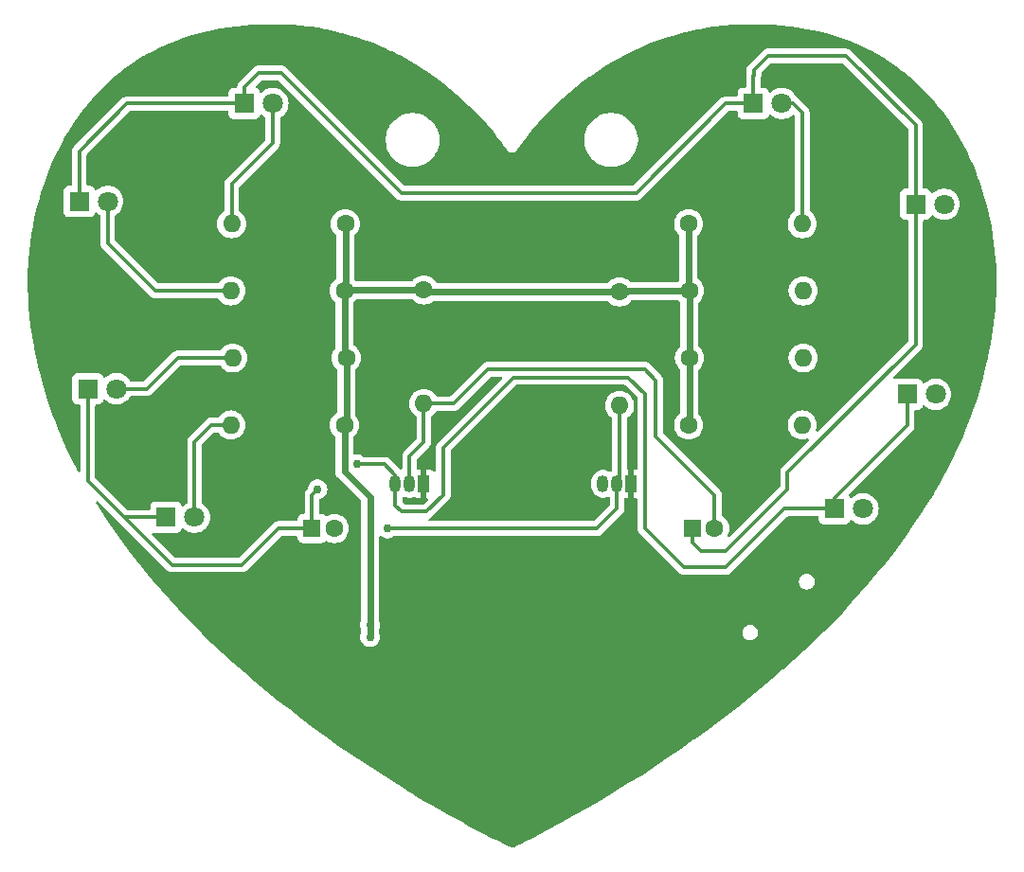
<source format=gtl>
%TF.GenerationSoftware,KiCad,Pcbnew,8.0.5*%
%TF.CreationDate,2024-09-25T11:06:07-04:00*%
%TF.ProjectId,HeartLEDTHT,48656172-744c-4454-9454-48542e6b6963,rev?*%
%TF.SameCoordinates,Original*%
%TF.FileFunction,Copper,L1,Top*%
%TF.FilePolarity,Positive*%
%FSLAX46Y46*%
G04 Gerber Fmt 4.6, Leading zero omitted, Abs format (unit mm)*
G04 Created by KiCad (PCBNEW 8.0.5) date 2024-09-25 11:06:07*
%MOMM*%
%LPD*%
G01*
G04 APERTURE LIST*
%TA.AperFunction,ComponentPad*%
%ADD10R,1.800000X1.800000*%
%TD*%
%TA.AperFunction,ComponentPad*%
%ADD11C,1.800000*%
%TD*%
%TA.AperFunction,ComponentPad*%
%ADD12C,1.600000*%
%TD*%
%TA.AperFunction,ComponentPad*%
%ADD13O,1.600000X1.600000*%
%TD*%
%TA.AperFunction,ComponentPad*%
%ADD14R,1.600000X1.600000*%
%TD*%
%TA.AperFunction,ComponentPad*%
%ADD15R,1.050000X1.500000*%
%TD*%
%TA.AperFunction,ComponentPad*%
%ADD16O,1.050000X1.500000*%
%TD*%
%TA.AperFunction,ViaPad*%
%ADD17C,0.762000*%
%TD*%
%TA.AperFunction,Conductor*%
%ADD18C,0.304800*%
%TD*%
%TA.AperFunction,Conductor*%
%ADD19C,0.609600*%
%TD*%
G04 APERTURE END LIST*
D10*
%TO.P,D3,1,K*%
%TO.N,Net-(D1-K)*%
X49210000Y-117750000D03*
D11*
%TO.P,D3,2,A*%
%TO.N,Net-(D3-A)*%
X51750000Y-117750000D03*
%TD*%
D12*
%TO.P,R2,1*%
%TO.N,VCC*%
X103670000Y-119750000D03*
D13*
%TO.P,R2,2*%
%TO.N,Net-(D2-A)*%
X113830000Y-119750000D03*
%TD*%
D12*
%TO.P,R1,1*%
%TO.N,VCC*%
X72990000Y-119750000D03*
D13*
%TO.P,R1,2*%
%TO.N,Net-(D1-A)*%
X62830000Y-119750000D03*
%TD*%
D12*
%TO.P,R4,1*%
%TO.N,VCC*%
X103750000Y-125750000D03*
D13*
%TO.P,R4,2*%
%TO.N,Net-(D4-A)*%
X113910000Y-125750000D03*
%TD*%
D12*
%TO.P,R9,1*%
%TO.N,VCC*%
X72910000Y-137750000D03*
D13*
%TO.P,R9,2*%
%TO.N,Net-(D7-A)*%
X62750000Y-137750000D03*
%TD*%
D10*
%TO.P,D6,1,K*%
%TO.N,Net-(D5-K)*%
X123210000Y-135000000D03*
D11*
%TO.P,D6,2,A*%
%TO.N,Net-(D6-A)*%
X125750000Y-135000000D03*
%TD*%
D12*
%TO.P,R6,1*%
%TO.N,VCC*%
X97500000Y-125840000D03*
D13*
%TO.P,R6,2*%
%TO.N,Net-(Q1-B)*%
X97500000Y-136000000D03*
%TD*%
D10*
%TO.P,D4,1,K*%
%TO.N,Net-(D1-K)*%
X123960000Y-118000000D03*
D11*
%TO.P,D4,2,A*%
%TO.N,Net-(D4-A)*%
X126500000Y-118000000D03*
%TD*%
D14*
%TO.P,C1,1*%
%TO.N,Net-(D1-K)*%
X104000000Y-147000000D03*
D12*
%TO.P,C1,2*%
%TO.N,Net-(Q2-B)*%
X106000000Y-147000000D03*
%TD*%
D10*
%TO.P,D8,1,K*%
%TO.N,Net-(D5-K)*%
X116710000Y-145250000D03*
D11*
%TO.P,D8,2,A*%
%TO.N,Net-(D8-A)*%
X119250000Y-145250000D03*
%TD*%
D12*
%TO.P,R3,1*%
%TO.N,VCC*%
X72910000Y-125750000D03*
D13*
%TO.P,R3,2*%
%TO.N,Net-(D3-A)*%
X62750000Y-125750000D03*
%TD*%
D12*
%TO.P,R10,1*%
%TO.N,VCC*%
X103670000Y-137750000D03*
D13*
%TO.P,R10,2*%
%TO.N,Net-(D8-A)*%
X113830000Y-137750000D03*
%TD*%
D15*
%TO.P,Q2,1,E*%
%TO.N,GND*%
X80000000Y-143000000D03*
D16*
%TO.P,Q2,2,B*%
%TO.N,Net-(Q2-B)*%
X78730000Y-143000000D03*
%TO.P,Q2,3,C*%
%TO.N,Net-(D5-K)*%
X77460000Y-143000000D03*
%TD*%
D14*
%TO.P,C2,1*%
%TO.N,Net-(D5-K)*%
X70000000Y-147000000D03*
D12*
%TO.P,C2,2*%
%TO.N,Net-(Q1-B)*%
X72000000Y-147000000D03*
%TD*%
D10*
%TO.P,D5,1,K*%
%TO.N,Net-(D5-K)*%
X49975000Y-134500000D03*
D11*
%TO.P,D5,2,A*%
%TO.N,Net-(D5-A)*%
X52515000Y-134500000D03*
%TD*%
D12*
%TO.P,R5,1*%
%TO.N,VCC*%
X80000000Y-125670000D03*
D13*
%TO.P,R5,2*%
%TO.N,Net-(Q2-B)*%
X80000000Y-135830000D03*
%TD*%
D10*
%TO.P,D2,1,K*%
%TO.N,Net-(D1-K)*%
X109460000Y-109000000D03*
D11*
%TO.P,D2,2,A*%
%TO.N,Net-(D2-A)*%
X112000000Y-109000000D03*
%TD*%
D15*
%TO.P,Q1,1,E*%
%TO.N,GND*%
X98540000Y-143000000D03*
D16*
%TO.P,Q1,2,B*%
%TO.N,Net-(Q1-B)*%
X97270000Y-143000000D03*
%TO.P,Q1,3,C*%
%TO.N,Net-(D1-K)*%
X96000000Y-143000000D03*
%TD*%
D12*
%TO.P,R8,1*%
%TO.N,VCC*%
X103750000Y-131750000D03*
D13*
%TO.P,R8,2*%
%TO.N,Net-(D6-A)*%
X113910000Y-131750000D03*
%TD*%
D10*
%TO.P,D7,1,K*%
%TO.N,Net-(D5-K)*%
X56960000Y-146000000D03*
D11*
%TO.P,D7,2,A*%
%TO.N,Net-(D7-A)*%
X59500000Y-146000000D03*
%TD*%
D12*
%TO.P,R7,1*%
%TO.N,VCC*%
X73080000Y-131750000D03*
D13*
%TO.P,R7,2*%
%TO.N,Net-(D5-A)*%
X62920000Y-131750000D03*
%TD*%
D10*
%TO.P,D1,1,K*%
%TO.N,Net-(D1-K)*%
X63960000Y-109000000D03*
D11*
%TO.P,D1,2,A*%
%TO.N,Net-(D1-A)*%
X66500000Y-109000000D03*
%TD*%
D17*
%TO.N,Net-(Q1-B)*%
X76750000Y-147000000D03*
%TO.N,Net-(D5-K)*%
X70500000Y-143500000D03*
X74000000Y-141250000D03*
%TO.N,VCC*%
X75200000Y-156700000D03*
X75200000Y-155600000D03*
%TD*%
D18*
%TO.N,Net-(D1-K)*%
X109500000Y-106500000D02*
X109460000Y-106540000D01*
X117750000Y-104750000D02*
X110750000Y-104750000D01*
X65250000Y-106250000D02*
X63960000Y-107540000D01*
X107000000Y-149000000D02*
X104750000Y-149000000D01*
X109460000Y-106540000D02*
X109460000Y-109000000D01*
X123960000Y-118000000D02*
X123960000Y-110960000D01*
X53500000Y-109000000D02*
X63960000Y-109000000D01*
X104000000Y-148250000D02*
X104000000Y-147000000D01*
X49210000Y-113290000D02*
X53500000Y-109000000D01*
X67250000Y-106250000D02*
X65250000Y-106250000D01*
X123960000Y-118000000D02*
X123960000Y-130540000D01*
X112500000Y-142000000D02*
X112500000Y-143500000D01*
X49210000Y-117750000D02*
X49210000Y-113290000D01*
X104750000Y-149000000D02*
X104000000Y-148250000D01*
X63960000Y-107540000D02*
X63960000Y-109000000D01*
X78000000Y-117000000D02*
X67250000Y-106250000D01*
X112500000Y-143500000D02*
X107000000Y-149000000D01*
X110750000Y-104750000D02*
X109500000Y-106000000D01*
X123960000Y-130540000D02*
X112500000Y-142000000D01*
X123960000Y-110960000D02*
X117750000Y-104750000D01*
X107000000Y-109000000D02*
X99000000Y-117000000D01*
X109460000Y-109000000D02*
X107000000Y-109000000D01*
X109500000Y-106000000D02*
X109500000Y-106500000D01*
X99000000Y-117000000D02*
X78000000Y-117000000D01*
%TO.N,Net-(Q2-B)*%
X82670000Y-135830000D02*
X80000000Y-135830000D01*
X85750000Y-132750000D02*
X82670000Y-135830000D01*
X78730000Y-140520000D02*
X78730000Y-143000000D01*
X100750000Y-138750000D02*
X100750000Y-133750000D01*
X80000000Y-135830000D02*
X80000000Y-139250000D01*
X99750000Y-132750000D02*
X85750000Y-132750000D01*
X106000000Y-144000000D02*
X100750000Y-138750000D01*
X80000000Y-139250000D02*
X78730000Y-140520000D01*
X106000000Y-147000000D02*
X106000000Y-144000000D01*
X100750000Y-133750000D02*
X99750000Y-132750000D01*
%TO.N,Net-(Q1-B)*%
X76750000Y-147000000D02*
X95500000Y-147000000D01*
X97270000Y-145230000D02*
X97270000Y-143000000D01*
X97500000Y-142770000D02*
X97270000Y-143000000D01*
X97500000Y-136000000D02*
X97500000Y-142770000D01*
X95500000Y-147000000D02*
X97270000Y-145230000D01*
%TO.N,Net-(D5-K)*%
X67000000Y-147000000D02*
X70000000Y-147000000D01*
X81750000Y-139750000D02*
X81750000Y-144000000D01*
X112250000Y-145250000D02*
X107000000Y-150500000D01*
X98250000Y-133500000D02*
X88000000Y-133500000D01*
X63750000Y-150250000D02*
X67000000Y-147000000D01*
X76500000Y-141250000D02*
X77460000Y-142210000D01*
X78000000Y-145500000D02*
X77460000Y-144960000D01*
X116710000Y-145250000D02*
X116710000Y-144290000D01*
X53125000Y-145875000D02*
X53250000Y-146000000D01*
X99750000Y-147000000D02*
X99750000Y-135000000D01*
X77460000Y-144960000D02*
X77460000Y-143000000D01*
X116710000Y-144290000D02*
X123210000Y-137790000D01*
X103250000Y-150500000D02*
X99750000Y-147000000D01*
X81750000Y-144000000D02*
X80250000Y-145500000D01*
X70000000Y-144000000D02*
X70500000Y-143500000D01*
X88000000Y-133500000D02*
X81750000Y-139750000D01*
X70000000Y-147000000D02*
X70000000Y-144000000D01*
X116710000Y-145250000D02*
X112250000Y-145250000D01*
X99750000Y-135000000D02*
X98250000Y-133500000D01*
X49975000Y-134500000D02*
X49975000Y-142725000D01*
X57500000Y-150250000D02*
X63750000Y-150250000D01*
X107000000Y-150500000D02*
X103250000Y-150500000D01*
X53125000Y-145875000D02*
X57500000Y-150250000D01*
X49975000Y-142725000D02*
X53125000Y-145875000D01*
X53250000Y-146000000D02*
X56960000Y-146000000D01*
X123210000Y-137790000D02*
X123210000Y-135000000D01*
X77460000Y-142210000D02*
X77460000Y-143000000D01*
X80250000Y-145500000D02*
X78000000Y-145500000D01*
X74000000Y-141250000D02*
X76500000Y-141250000D01*
%TO.N,Net-(D1-A)*%
X66500000Y-109000000D02*
X66500000Y-112500000D01*
X62830000Y-116170000D02*
X62830000Y-119750000D01*
X66500000Y-112500000D02*
X62830000Y-116170000D01*
%TO.N,Net-(D2-A)*%
X113000000Y-109000000D02*
X112000000Y-109000000D01*
X113830000Y-119750000D02*
X113830000Y-109830000D01*
X113830000Y-109830000D02*
X113000000Y-109000000D01*
%TO.N,Net-(D3-A)*%
X51750000Y-117750000D02*
X51750000Y-121500000D01*
X51750000Y-121500000D02*
X56000000Y-125750000D01*
X56000000Y-125750000D02*
X62750000Y-125750000D01*
%TO.N,Net-(D5-A)*%
X55250000Y-134500000D02*
X52515000Y-134500000D01*
X58000000Y-131750000D02*
X55250000Y-134500000D01*
X62920000Y-131750000D02*
X58000000Y-131750000D01*
%TO.N,Net-(D7-A)*%
X59500000Y-139250000D02*
X61000000Y-137750000D01*
X61000000Y-137750000D02*
X62750000Y-137750000D01*
X59500000Y-146000000D02*
X59500000Y-139250000D01*
D19*
%TO.N,VCC*%
X72990000Y-119750000D02*
X72990000Y-125670000D01*
X103750000Y-125750000D02*
X103750000Y-131750000D01*
X80080000Y-125670000D02*
X80250000Y-125840000D01*
X103750000Y-131750000D02*
X103750000Y-137670000D01*
X72910000Y-125750000D02*
X72990000Y-125670000D01*
X98250000Y-125750000D02*
X103750000Y-125750000D01*
X72990000Y-125670000D02*
X80000000Y-125670000D01*
X72910000Y-125750000D02*
X72910000Y-131580000D01*
X75200000Y-144200000D02*
X75200000Y-155600000D01*
X73080000Y-131750000D02*
X73080000Y-137580000D01*
X80000000Y-125670000D02*
X80080000Y-125670000D01*
X75200000Y-155600000D02*
X75200000Y-156600000D01*
X73080000Y-137580000D02*
X72910000Y-137750000D01*
X72910000Y-131580000D02*
X73080000Y-131750000D01*
X103670000Y-125670000D02*
X103750000Y-125750000D01*
X72910000Y-141910000D02*
X75200000Y-144200000D01*
X103750000Y-137670000D02*
X103670000Y-137750000D01*
X98160000Y-125840000D02*
X98250000Y-125750000D01*
X103670000Y-119750000D02*
X103670000Y-125670000D01*
X80250000Y-125840000D02*
X97500000Y-125840000D01*
X72910000Y-137750000D02*
X72910000Y-141910000D01*
X97500000Y-125840000D02*
X98160000Y-125840000D01*
%TD*%
%TA.AperFunction,Conductor*%
%TO.N,GND*%
G36*
X97995236Y-134172585D02*
G01*
X98015878Y-134189219D01*
X99060781Y-135234121D01*
X99094266Y-135295444D01*
X99097100Y-135321802D01*
X99097100Y-141626000D01*
X99077415Y-141693039D01*
X99024611Y-141738794D01*
X98973100Y-141750000D01*
X98790000Y-141750000D01*
X98790000Y-142719670D01*
X98770255Y-142699925D01*
X98684745Y-142650556D01*
X98589370Y-142625000D01*
X98490630Y-142625000D01*
X98395255Y-142650556D01*
X98309745Y-142699925D01*
X98295500Y-142714170D01*
X98295500Y-142673997D01*
X98292383Y-142658326D01*
X98290000Y-142634134D01*
X98290000Y-141750000D01*
X98276900Y-141750000D01*
X98209861Y-141730315D01*
X98164106Y-141677511D01*
X98152900Y-141626000D01*
X98152900Y-137195001D01*
X98172585Y-137127962D01*
X98205775Y-137093427D01*
X98339139Y-137000047D01*
X98500047Y-136839139D01*
X98630568Y-136652734D01*
X98726739Y-136446496D01*
X98785635Y-136226692D01*
X98805468Y-136000000D01*
X98800907Y-135947873D01*
X98793495Y-135863147D01*
X98785635Y-135773308D01*
X98739681Y-135601805D01*
X98726741Y-135553511D01*
X98726738Y-135553502D01*
X98717604Y-135533915D01*
X98630568Y-135347266D01*
X98500047Y-135160861D01*
X98500045Y-135160858D01*
X98339141Y-134999954D01*
X98152734Y-134869432D01*
X98152732Y-134869431D01*
X97946497Y-134773261D01*
X97946488Y-134773258D01*
X97726697Y-134714366D01*
X97726693Y-134714365D01*
X97726692Y-134714365D01*
X97726691Y-134714364D01*
X97726686Y-134714364D01*
X97500002Y-134694532D01*
X97499998Y-134694532D01*
X97273313Y-134714364D01*
X97273302Y-134714366D01*
X97053511Y-134773258D01*
X97053502Y-134773261D01*
X96847267Y-134869431D01*
X96847265Y-134869432D01*
X96660858Y-134999954D01*
X96499954Y-135160858D01*
X96369432Y-135347265D01*
X96369431Y-135347267D01*
X96273261Y-135553502D01*
X96273258Y-135553511D01*
X96214366Y-135773302D01*
X96214364Y-135773313D01*
X96194532Y-135999998D01*
X96194532Y-136000001D01*
X96214364Y-136226686D01*
X96214366Y-136226697D01*
X96273258Y-136446488D01*
X96273261Y-136446497D01*
X96369431Y-136652732D01*
X96369432Y-136652734D01*
X96499954Y-136839141D01*
X96660857Y-137000044D01*
X96660860Y-137000046D01*
X96660861Y-137000047D01*
X96794223Y-137093427D01*
X96837848Y-137148002D01*
X96847100Y-137195001D01*
X96847100Y-141758294D01*
X96827415Y-141825333D01*
X96788345Y-141861389D01*
X96789308Y-141862831D01*
X96784246Y-141866212D01*
X96784244Y-141866214D01*
X96703888Y-141919905D01*
X96637213Y-141940782D01*
X96569833Y-141922297D01*
X96566109Y-141919904D01*
X96485755Y-141866213D01*
X96299127Y-141788909D01*
X96299119Y-141788907D01*
X96101007Y-141749500D01*
X96101003Y-141749500D01*
X95898997Y-141749500D01*
X95898992Y-141749500D01*
X95700880Y-141788907D01*
X95700872Y-141788909D01*
X95514247Y-141866212D01*
X95514237Y-141866217D01*
X95346281Y-141978441D01*
X95203441Y-142121281D01*
X95091217Y-142289237D01*
X95091212Y-142289247D01*
X95013909Y-142475872D01*
X95013907Y-142475880D01*
X94974500Y-142673992D01*
X94974500Y-143326007D01*
X95013907Y-143524119D01*
X95013909Y-143524127D01*
X95091212Y-143710752D01*
X95091217Y-143710762D01*
X95203441Y-143878718D01*
X95346281Y-144021558D01*
X95514237Y-144133782D01*
X95514241Y-144133784D01*
X95514244Y-144133786D01*
X95700873Y-144211091D01*
X95864288Y-144243596D01*
X95898992Y-144250499D01*
X95898996Y-144250500D01*
X95898997Y-144250500D01*
X96101004Y-144250500D01*
X96101005Y-144250499D01*
X96299127Y-144211091D01*
X96445650Y-144150398D01*
X96515116Y-144142930D01*
X96577595Y-144174204D01*
X96613248Y-144234293D01*
X96617100Y-144264960D01*
X96617100Y-144908197D01*
X96597415Y-144975236D01*
X96580781Y-144995878D01*
X95265878Y-146310781D01*
X95204555Y-146344266D01*
X95178197Y-146347100D01*
X80534419Y-146347100D01*
X80467380Y-146327415D01*
X80421625Y-146274611D01*
X80411681Y-146205453D01*
X80440706Y-146141897D01*
X80486966Y-146108539D01*
X80494748Y-146105315D01*
X80559264Y-146078592D01*
X80666200Y-146007141D01*
X82257140Y-144416200D01*
X82328592Y-144309264D01*
X82377809Y-144190444D01*
X82385277Y-144152900D01*
X82385423Y-144152166D01*
X82402900Y-144064307D01*
X82402900Y-140071802D01*
X82422585Y-140004763D01*
X82439219Y-139984121D01*
X88234121Y-134189219D01*
X88295444Y-134155734D01*
X88321802Y-134152900D01*
X97928197Y-134152900D01*
X97995236Y-134172585D01*
G37*
%TD.AperFunction*%
%TA.AperFunction,Conductor*%
G36*
X80250000Y-144250000D02*
G01*
X80277296Y-144250000D01*
X80344335Y-144269685D01*
X80390090Y-144322489D01*
X80400034Y-144391647D01*
X80371009Y-144455203D01*
X80364977Y-144461681D01*
X80015878Y-144810781D01*
X79954555Y-144844266D01*
X79928197Y-144847100D01*
X78321803Y-144847100D01*
X78254764Y-144827415D01*
X78234121Y-144810781D01*
X78149218Y-144725877D01*
X78115734Y-144664553D01*
X78112900Y-144638196D01*
X78112900Y-144264960D01*
X78132585Y-144197921D01*
X78185389Y-144152166D01*
X78254547Y-144142222D01*
X78284344Y-144150396D01*
X78430873Y-144211091D01*
X78594288Y-144243596D01*
X78628992Y-144250499D01*
X78628996Y-144250500D01*
X78628997Y-144250500D01*
X78831004Y-144250500D01*
X78831005Y-144250499D01*
X79029127Y-144211091D01*
X79110338Y-144177451D01*
X79179804Y-144169983D01*
X79224859Y-144189594D01*
X79225128Y-144189103D01*
X79230613Y-144192098D01*
X79232099Y-144192745D01*
X79232911Y-144193353D01*
X79232913Y-144193354D01*
X79367620Y-144243596D01*
X79367627Y-144243598D01*
X79427155Y-144249999D01*
X79427172Y-144250000D01*
X79750000Y-144250000D01*
X79750000Y-143365865D01*
X79752383Y-143341671D01*
X79752779Y-143339683D01*
X79755500Y-143326003D01*
X79755500Y-143285830D01*
X79769745Y-143300075D01*
X79855255Y-143349444D01*
X79950630Y-143375000D01*
X80049370Y-143375000D01*
X80144745Y-143349444D01*
X80230255Y-143300075D01*
X80250000Y-143280330D01*
X80250000Y-144250000D01*
G37*
%TD.AperFunction*%
%TA.AperFunction,Conductor*%
G36*
X86941437Y-133422585D02*
G01*
X86987192Y-133475389D01*
X86997136Y-133544547D01*
X86968111Y-133608103D01*
X86962079Y-133614581D01*
X81242861Y-139333797D01*
X81242860Y-139333798D01*
X81196689Y-139402900D01*
X81171407Y-139440737D01*
X81122191Y-139559555D01*
X81122189Y-139559561D01*
X81097100Y-139685692D01*
X81097100Y-141808360D01*
X81077415Y-141875399D01*
X81024611Y-141921154D01*
X80955453Y-141931098D01*
X80891897Y-141902073D01*
X80885419Y-141896041D01*
X80882187Y-141892809D01*
X80767093Y-141806649D01*
X80767086Y-141806645D01*
X80632379Y-141756403D01*
X80632372Y-141756401D01*
X80572844Y-141750000D01*
X80250000Y-141750000D01*
X80250000Y-142719670D01*
X80230255Y-142699925D01*
X80144745Y-142650556D01*
X80049370Y-142625000D01*
X79950630Y-142625000D01*
X79855255Y-142650556D01*
X79769745Y-142699925D01*
X79755500Y-142714170D01*
X79755500Y-142673997D01*
X79752383Y-142658326D01*
X79750000Y-142634134D01*
X79750000Y-141750000D01*
X79506900Y-141750000D01*
X79439861Y-141730315D01*
X79394106Y-141677511D01*
X79382900Y-141626000D01*
X79382900Y-140841802D01*
X79402585Y-140774763D01*
X79419219Y-140754121D01*
X80507138Y-139666202D01*
X80507140Y-139666200D01*
X80578592Y-139559264D01*
X80627809Y-139440444D01*
X80635277Y-139402900D01*
X80649023Y-139333797D01*
X80652900Y-139314307D01*
X80652900Y-137025001D01*
X80672585Y-136957962D01*
X80705775Y-136923427D01*
X80839139Y-136830047D01*
X81000047Y-136669139D01*
X81041658Y-136609712D01*
X81093428Y-136535777D01*
X81148005Y-136492152D01*
X81195003Y-136482900D01*
X82734307Y-136482900D01*
X82819165Y-136466019D01*
X82860444Y-136457809D01*
X82979264Y-136408592D01*
X82986084Y-136404035D01*
X83086200Y-136337141D01*
X85984121Y-133439218D01*
X86045444Y-133405734D01*
X86071802Y-133402900D01*
X86874398Y-133402900D01*
X86941437Y-133422585D01*
G37*
%TD.AperFunction*%
%TA.AperFunction,Conductor*%
G36*
X109535672Y-101920105D02*
G01*
X109535882Y-101920167D01*
X109535883Y-101920106D01*
X109720913Y-101920535D01*
X109886841Y-101921345D01*
X110036255Y-101922610D01*
X110171953Y-101924399D01*
X110172137Y-101924402D01*
X110297295Y-101926788D01*
X110297906Y-101926802D01*
X110415353Y-101929848D01*
X110415973Y-101929866D01*
X110529523Y-101933666D01*
X110530282Y-101933695D01*
X110642887Y-101938328D01*
X110643354Y-101938349D01*
X110758430Y-101943915D01*
X110758887Y-101943939D01*
X110879846Y-101950552D01*
X110880092Y-101950565D01*
X111009893Y-101958315D01*
X111151989Y-101967322D01*
X111181312Y-101969228D01*
X111182899Y-101969344D01*
X111948762Y-102030037D01*
X111952197Y-102030358D01*
X112700317Y-102111084D01*
X112703807Y-102111512D01*
X113438372Y-102212550D01*
X113442015Y-102213107D01*
X114162995Y-102334405D01*
X114166740Y-102335094D01*
X114874017Y-102476576D01*
X114877821Y-102477399D01*
X115571588Y-102639057D01*
X115575371Y-102640003D01*
X116255539Y-102821774D01*
X116259386Y-102822870D01*
X116925999Y-103024722D01*
X116929879Y-103025969D01*
X117582842Y-103247835D01*
X117586806Y-103249258D01*
X118226214Y-103491132D01*
X118230182Y-103492713D01*
X118855937Y-103754524D01*
X118859912Y-103756269D01*
X119472285Y-104038103D01*
X119476178Y-104039979D01*
X120076092Y-104342297D01*
X120079591Y-104344130D01*
X120536904Y-104593168D01*
X120540322Y-104595101D01*
X121114860Y-104932284D01*
X121118669Y-104934613D01*
X121678276Y-105290786D01*
X121681989Y-105293246D01*
X122227572Y-105668882D01*
X122231179Y-105671462D01*
X122762689Y-106066487D01*
X122766201Y-106069196D01*
X123040538Y-106288898D01*
X123283529Y-106483496D01*
X123286962Y-106486348D01*
X123415716Y-106597296D01*
X123790026Y-106919843D01*
X123793300Y-106922768D01*
X124034388Y-107146047D01*
X124282027Y-107375394D01*
X124285210Y-107378449D01*
X124759439Y-107850074D01*
X124762485Y-107853212D01*
X125222152Y-108343794D01*
X125225057Y-108347006D01*
X125516989Y-108681235D01*
X125656565Y-108841035D01*
X125670008Y-108856425D01*
X125672760Y-108859686D01*
X125885808Y-109121308D01*
X126102948Y-109387955D01*
X126105560Y-109391277D01*
X126520803Y-109938252D01*
X126523266Y-109941612D01*
X126920627Y-110503252D01*
X126923414Y-110507190D01*
X126925715Y-110510559D01*
X127122086Y-110808546D01*
X127311516Y-111096000D01*
X127313365Y-111098893D01*
X127572301Y-111516542D01*
X127574026Y-111519410D01*
X127909232Y-112094164D01*
X127911082Y-112097451D01*
X128233336Y-112690758D01*
X128235023Y-112693975D01*
X128543825Y-113304496D01*
X128545374Y-113307668D01*
X128839683Y-113933137D01*
X128841114Y-113936292D01*
X129119746Y-114574111D01*
X129121073Y-114577270D01*
X129378961Y-115215154D01*
X129382914Y-115224930D01*
X129384149Y-115228109D01*
X129530980Y-115622329D01*
X129628147Y-115883210D01*
X129629308Y-115886467D01*
X129835729Y-116491802D01*
X129854601Y-116547143D01*
X129855609Y-116550233D01*
X130012157Y-117052127D01*
X130031581Y-117114398D01*
X130032455Y-117117330D01*
X130125290Y-117443205D01*
X130240131Y-117846329D01*
X130240972Y-117849433D01*
X130426707Y-118572044D01*
X130427494Y-118575285D01*
X130591883Y-119294562D01*
X130592598Y-119297901D01*
X130736243Y-120017022D01*
X130736871Y-120020413D01*
X130860329Y-120742466D01*
X130860861Y-120745861D01*
X130964680Y-121474006D01*
X130965112Y-121477358D01*
X131049820Y-122214796D01*
X131050151Y-122218062D01*
X131116308Y-122968790D01*
X131116520Y-122971536D01*
X131153832Y-123538784D01*
X131153974Y-123541349D01*
X131156918Y-123606781D01*
X131156985Y-123608549D01*
X131159794Y-123700016D01*
X131159822Y-123701074D01*
X131162337Y-123814530D01*
X131162350Y-123815248D01*
X131164499Y-123946470D01*
X131164507Y-123947005D01*
X131166272Y-124093425D01*
X131167637Y-124251417D01*
X131168597Y-124418072D01*
X131169148Y-124590744D01*
X131169292Y-124766439D01*
X131169077Y-124908381D01*
X131169026Y-124942070D01*
X131169025Y-124942365D01*
X131168350Y-125115762D01*
X131168348Y-125116078D01*
X131167270Y-125283330D01*
X131167268Y-125283687D01*
X131165780Y-125443322D01*
X131165775Y-125443742D01*
X131163891Y-125591972D01*
X131163883Y-125592499D01*
X131161607Y-125726705D01*
X131161593Y-125727406D01*
X131158955Y-125844036D01*
X131158928Y-125845054D01*
X131155957Y-125941398D01*
X131155909Y-125942721D01*
X131153843Y-125992473D01*
X131153761Y-125994178D01*
X131115846Y-126679441D01*
X131115717Y-126681466D01*
X131068018Y-127346195D01*
X131067844Y-127348357D01*
X131009894Y-127996818D01*
X131009670Y-127999087D01*
X130941012Y-128635201D01*
X130940737Y-128637542D01*
X130860906Y-129265147D01*
X130860581Y-129267518D01*
X130769105Y-129890391D01*
X130768736Y-129892747D01*
X130665106Y-130514884D01*
X130664700Y-130517186D01*
X130548392Y-131142465D01*
X130547964Y-131144656D01*
X130420702Y-131766357D01*
X130420135Y-131768981D01*
X130216478Y-132664739D01*
X130215728Y-132667853D01*
X129987950Y-133562172D01*
X129987130Y-133565225D01*
X129735026Y-134459122D01*
X129734142Y-134462113D01*
X129457750Y-135355480D01*
X129456805Y-135358407D01*
X129156207Y-136250977D01*
X129155204Y-136253839D01*
X128830487Y-137145348D01*
X128829431Y-137148143D01*
X128480630Y-138038449D01*
X128479523Y-138041177D01*
X128106759Y-138929936D01*
X128105607Y-138932596D01*
X127708891Y-139819720D01*
X127707695Y-139822313D01*
X127287149Y-140707448D01*
X127285914Y-140709973D01*
X126841615Y-141592891D01*
X126840343Y-141595350D01*
X126371656Y-142477148D01*
X126370621Y-142479055D01*
X126084308Y-142995704D01*
X126083254Y-142997569D01*
X125565523Y-143894892D01*
X125564177Y-143897167D01*
X125022635Y-144791173D01*
X125021272Y-144793372D01*
X124455154Y-145685399D01*
X124453775Y-145687524D01*
X123863236Y-146577324D01*
X123861845Y-146579374D01*
X123246979Y-147466820D01*
X123245579Y-147468799D01*
X122606352Y-148353939D01*
X122604946Y-148355847D01*
X121941506Y-149238467D01*
X121940097Y-149240306D01*
X121252500Y-150120332D01*
X121251089Y-150122104D01*
X120539419Y-150999424D01*
X120538008Y-151001132D01*
X119802251Y-151875743D01*
X119800844Y-151877387D01*
X119041155Y-152749096D01*
X119039751Y-152750679D01*
X118256191Y-153619395D01*
X118254793Y-153620919D01*
X117447530Y-154486447D01*
X117446140Y-154487914D01*
X116615044Y-155350374D01*
X116613661Y-155351786D01*
X115758969Y-156210904D01*
X115757597Y-156212262D01*
X114879353Y-157067977D01*
X114877990Y-157069284D01*
X113976274Y-157921494D01*
X113974923Y-157922752D01*
X113049776Y-158771391D01*
X113048437Y-158772602D01*
X112099970Y-159617539D01*
X112098644Y-159618704D01*
X111126863Y-160459904D01*
X111125554Y-160461021D01*
X110130630Y-161298308D01*
X110129378Y-161299347D01*
X109111466Y-162132556D01*
X109110181Y-162133594D01*
X108068452Y-162963360D01*
X108067436Y-162964160D01*
X107438053Y-163454841D01*
X107437010Y-163455646D01*
X106360769Y-164276471D01*
X106359457Y-164277458D01*
X105261268Y-165092258D01*
X105259981Y-165093199D01*
X104141080Y-165901270D01*
X104139813Y-165902173D01*
X103002029Y-166702352D01*
X103000777Y-166703222D01*
X101845854Y-167494412D01*
X101844610Y-167495252D01*
X100674883Y-168275948D01*
X100673644Y-168276765D01*
X99490693Y-169045976D01*
X99489452Y-169046773D01*
X98295157Y-169803310D01*
X98293909Y-169804090D01*
X97090314Y-170546656D01*
X97089055Y-170547422D01*
X95878184Y-171274741D01*
X95876907Y-171275498D01*
X94660400Y-171986530D01*
X94659100Y-171987279D01*
X93439092Y-172680688D01*
X93437763Y-172681433D01*
X92216090Y-173356061D01*
X92214724Y-173356804D01*
X90993341Y-174011427D01*
X90991933Y-174012170D01*
X89771154Y-174646426D01*
X89770306Y-174646862D01*
X89564199Y-174751941D01*
X89563881Y-174752103D01*
X89437848Y-174815901D01*
X89437513Y-174816070D01*
X89305084Y-174882604D01*
X89304795Y-174882749D01*
X89166687Y-174951685D01*
X89166434Y-174951810D01*
X89024321Y-175022342D01*
X89024090Y-175022457D01*
X88880959Y-175093123D01*
X88737414Y-175163643D01*
X88596014Y-175232773D01*
X88595917Y-175232821D01*
X88458255Y-175299794D01*
X88458028Y-175299905D01*
X88325794Y-175363904D01*
X88325542Y-175364025D01*
X88201158Y-175423879D01*
X88200869Y-175424018D01*
X88085569Y-175479134D01*
X88085214Y-175479303D01*
X87980898Y-175528763D01*
X87980437Y-175528980D01*
X87939338Y-175548260D01*
X87870285Y-175558911D01*
X87832897Y-175547731D01*
X87250139Y-175267244D01*
X87249176Y-175266775D01*
X86640762Y-174966856D01*
X86639829Y-174966391D01*
X86015743Y-174651955D01*
X86014841Y-174651496D01*
X85377267Y-174323714D01*
X85376419Y-174323273D01*
X84727137Y-173983120D01*
X84726331Y-173982694D01*
X84067250Y-173631208D01*
X84066478Y-173630793D01*
X83399378Y-173268952D01*
X83398632Y-173268544D01*
X82725361Y-172897359D01*
X82724634Y-172896955D01*
X82047072Y-172517456D01*
X82046358Y-172517053D01*
X81366505Y-172130339D01*
X81365797Y-172129934D01*
X80684990Y-171736730D01*
X80684284Y-171736318D01*
X80005241Y-171338139D01*
X80004531Y-171337720D01*
X79328415Y-170935190D01*
X79327695Y-170934758D01*
X78916543Y-170686190D01*
X78655913Y-170528622D01*
X78655514Y-170528380D01*
X78286003Y-170302260D01*
X78285221Y-170301777D01*
X77071063Y-169545685D01*
X77069826Y-169544904D01*
X75873737Y-168780336D01*
X75872496Y-168779533D01*
X74693811Y-168006145D01*
X74692566Y-168005317D01*
X73531668Y-167223421D01*
X73530419Y-167222569D01*
X72387782Y-166432539D01*
X72386527Y-166431659D01*
X71262686Y-165633915D01*
X71261424Y-165633008D01*
X70156543Y-164827704D01*
X70155274Y-164826766D01*
X69070015Y-164014420D01*
X69068737Y-164013451D01*
X68003382Y-163194300D01*
X68002096Y-163193298D01*
X66956979Y-162367616D01*
X66955684Y-162366578D01*
X65931445Y-161534879D01*
X65930138Y-161533803D01*
X64927067Y-160696326D01*
X64925750Y-160695211D01*
X63944235Y-159852275D01*
X63942960Y-159851164D01*
X62983403Y-159003093D01*
X62982163Y-159001982D01*
X62728774Y-158771391D01*
X62045044Y-158149176D01*
X62043707Y-158147940D01*
X61853325Y-157969442D01*
X61129496Y-157290795D01*
X61128217Y-157289578D01*
X60237201Y-156428316D01*
X60235828Y-156426967D01*
X60186956Y-156378229D01*
X59368588Y-155562097D01*
X59367192Y-155560683D01*
X58523245Y-154691634D01*
X58522141Y-154690483D01*
X58055140Y-154197046D01*
X58054048Y-154195877D01*
X57925153Y-154056117D01*
X57263031Y-153338184D01*
X57261732Y-153336752D01*
X56494901Y-152477070D01*
X56493520Y-152475494D01*
X55750270Y-151613225D01*
X55748902Y-151611610D01*
X55029154Y-150746706D01*
X55027762Y-150745003D01*
X54762955Y-150415060D01*
X54331698Y-149877724D01*
X54330331Y-149875988D01*
X54308921Y-149848298D01*
X53658015Y-149006457D01*
X53656639Y-149004643D01*
X53008159Y-148133021D01*
X53006792Y-148131147D01*
X53006377Y-148130567D01*
X52382174Y-147257501D01*
X52380796Y-147255534D01*
X51780135Y-146380039D01*
X51778766Y-146378001D01*
X51202085Y-145500716D01*
X51200728Y-145498605D01*
X50729586Y-144749265D01*
X50710567Y-144682034D01*
X50730915Y-144615193D01*
X50784170Y-144569964D01*
X50853424Y-144560706D01*
X50916689Y-144590360D01*
X50922230Y-144595570D01*
X51412958Y-145086298D01*
X52613518Y-146286858D01*
X52613539Y-146286881D01*
X57083796Y-150757137D01*
X57083800Y-150757140D01*
X57170083Y-150814792D01*
X57190736Y-150828592D01*
X57309556Y-150877809D01*
X57309560Y-150877809D01*
X57309561Y-150877810D01*
X57435692Y-150902900D01*
X57435695Y-150902900D01*
X63814307Y-150902900D01*
X63899165Y-150886019D01*
X63940444Y-150877809D01*
X64059264Y-150828592D01*
X64062973Y-150826114D01*
X64166200Y-150757141D01*
X67234121Y-147689218D01*
X67295444Y-147655734D01*
X67321802Y-147652900D01*
X68575501Y-147652900D01*
X68642540Y-147672585D01*
X68688295Y-147725389D01*
X68699501Y-147776900D01*
X68699501Y-147847876D01*
X68705908Y-147907483D01*
X68756202Y-148042328D01*
X68756206Y-148042335D01*
X68842452Y-148157544D01*
X68842455Y-148157547D01*
X68957664Y-148243793D01*
X68957671Y-148243797D01*
X69092517Y-148294091D01*
X69092516Y-148294091D01*
X69099444Y-148294835D01*
X69152127Y-148300500D01*
X70847872Y-148300499D01*
X70907483Y-148294091D01*
X71042331Y-148243796D01*
X71157546Y-148157546D01*
X71164051Y-148148856D01*
X71219982Y-148106984D01*
X71289673Y-148101997D01*
X71334442Y-148121589D01*
X71347264Y-148130567D01*
X71347266Y-148130568D01*
X71553504Y-148226739D01*
X71773308Y-148285635D01*
X71935230Y-148299801D01*
X71999998Y-148305468D01*
X72000000Y-148305468D01*
X72000002Y-148305468D01*
X72056807Y-148300498D01*
X72226692Y-148285635D01*
X72446496Y-148226739D01*
X72652734Y-148130568D01*
X72839139Y-148000047D01*
X73000047Y-147839139D01*
X73130568Y-147652734D01*
X73226739Y-147446496D01*
X73285635Y-147226692D01*
X73305468Y-147000000D01*
X73300907Y-146947873D01*
X73285635Y-146773313D01*
X73285635Y-146773308D01*
X73226739Y-146553504D01*
X73130568Y-146347266D01*
X73000047Y-146160861D01*
X73000045Y-146160858D01*
X72839141Y-145999954D01*
X72652734Y-145869432D01*
X72652732Y-145869431D01*
X72446497Y-145773261D01*
X72446488Y-145773258D01*
X72226697Y-145714366D01*
X72226693Y-145714365D01*
X72226692Y-145714365D01*
X72226691Y-145714364D01*
X72226686Y-145714364D01*
X72000002Y-145694532D01*
X71999998Y-145694532D01*
X71773313Y-145714364D01*
X71773302Y-145714366D01*
X71553511Y-145773258D01*
X71553502Y-145773261D01*
X71347267Y-145869431D01*
X71347262Y-145869434D01*
X71334435Y-145878415D01*
X71268227Y-145900738D01*
X71200461Y-145883722D01*
X71164052Y-145851145D01*
X71162765Y-145849426D01*
X71157546Y-145842454D01*
X71157545Y-145842453D01*
X71157544Y-145842452D01*
X71042335Y-145756206D01*
X71042328Y-145756202D01*
X70907482Y-145705908D01*
X70907483Y-145705908D01*
X70847883Y-145699501D01*
X70847881Y-145699500D01*
X70847873Y-145699500D01*
X70847865Y-145699500D01*
X70776900Y-145699500D01*
X70709861Y-145679815D01*
X70664106Y-145627011D01*
X70652900Y-145575500D01*
X70652900Y-144469106D01*
X70672585Y-144402067D01*
X70725389Y-144356312D01*
X70751114Y-144347817D01*
X70773899Y-144342975D01*
X70943178Y-144267607D01*
X71093088Y-144158691D01*
X71098301Y-144152902D01*
X71119951Y-144128855D01*
X71217077Y-144020987D01*
X71309726Y-143860513D01*
X71366987Y-143684284D01*
X71386356Y-143500000D01*
X71366987Y-143315716D01*
X71309726Y-143139487D01*
X71217077Y-142979013D01*
X71168514Y-142925078D01*
X71093093Y-142841313D01*
X71093090Y-142841311D01*
X71093089Y-142841310D01*
X71093088Y-142841309D01*
X70943178Y-142732393D01*
X70943177Y-142732392D01*
X70773904Y-142657026D01*
X70773896Y-142657024D01*
X70592649Y-142618500D01*
X70407351Y-142618500D01*
X70226103Y-142657024D01*
X70226095Y-142657026D01*
X70056822Y-142732392D01*
X69906909Y-142841311D01*
X69906906Y-142841313D01*
X69782922Y-142979014D01*
X69690274Y-143139485D01*
X69633014Y-143315711D01*
X69633013Y-143315713D01*
X69622577Y-143415002D01*
X69595991Y-143479616D01*
X69586938Y-143489719D01*
X69492858Y-143583799D01*
X69492854Y-143583805D01*
X69422876Y-143688539D01*
X69422868Y-143688551D01*
X69421409Y-143690732D01*
X69372191Y-143809555D01*
X69372189Y-143809561D01*
X69347100Y-143935692D01*
X69347100Y-145575500D01*
X69327415Y-145642539D01*
X69274611Y-145688294D01*
X69223102Y-145699500D01*
X69152130Y-145699500D01*
X69152123Y-145699501D01*
X69092516Y-145705908D01*
X68957671Y-145756202D01*
X68957664Y-145756206D01*
X68842455Y-145842452D01*
X68842452Y-145842455D01*
X68756206Y-145957664D01*
X68756202Y-145957671D01*
X68705908Y-146092517D01*
X68699501Y-146152116D01*
X68699500Y-146152135D01*
X68699500Y-146223100D01*
X68679815Y-146290139D01*
X68627011Y-146335894D01*
X68575500Y-146347100D01*
X66935692Y-146347100D01*
X66810618Y-146371978D01*
X66810619Y-146371979D01*
X66809564Y-146372188D01*
X66809553Y-146372192D01*
X66690737Y-146421407D01*
X66583797Y-146492861D01*
X66583796Y-146492862D01*
X63515878Y-149560781D01*
X63454555Y-149594266D01*
X63428197Y-149597100D01*
X57821802Y-149597100D01*
X57754763Y-149577415D01*
X57734121Y-149560781D01*
X55741429Y-147568088D01*
X55707944Y-147506765D01*
X55712928Y-147437073D01*
X55754800Y-147381140D01*
X55820264Y-147356723D01*
X55872440Y-147364224D01*
X55952517Y-147394091D01*
X56012127Y-147400500D01*
X57907872Y-147400499D01*
X57967483Y-147394091D01*
X58102331Y-147343796D01*
X58217546Y-147257546D01*
X58303796Y-147142331D01*
X58332455Y-147065493D01*
X58374326Y-147009559D01*
X58439790Y-146985141D01*
X58508063Y-146999992D01*
X58539866Y-147024843D01*
X58547302Y-147032920D01*
X58548215Y-147033912D01*
X58548222Y-147033918D01*
X58731365Y-147176464D01*
X58731371Y-147176468D01*
X58731374Y-147176470D01*
X58935497Y-147286936D01*
X59049487Y-147326068D01*
X59155015Y-147362297D01*
X59155017Y-147362297D01*
X59155019Y-147362298D01*
X59383951Y-147400500D01*
X59383952Y-147400500D01*
X59616048Y-147400500D01*
X59616049Y-147400500D01*
X59844981Y-147362298D01*
X60064503Y-147286936D01*
X60268626Y-147176470D01*
X60451784Y-147033913D01*
X60608979Y-146863153D01*
X60735924Y-146668849D01*
X60829157Y-146456300D01*
X60886134Y-146231305D01*
X60888904Y-146197876D01*
X60905300Y-146000006D01*
X60905300Y-145999993D01*
X60886135Y-145768702D01*
X60886133Y-145768691D01*
X60829157Y-145543699D01*
X60735924Y-145331151D01*
X60608983Y-145136852D01*
X60608980Y-145136849D01*
X60608979Y-145136847D01*
X60451784Y-144966087D01*
X60451779Y-144966083D01*
X60451777Y-144966081D01*
X60268634Y-144823535D01*
X60268623Y-144823528D01*
X60217881Y-144796067D01*
X60168291Y-144746847D01*
X60152900Y-144687013D01*
X60152900Y-139571802D01*
X60172585Y-139504763D01*
X60189219Y-139484121D01*
X61234121Y-138439219D01*
X61295444Y-138405734D01*
X61321802Y-138402900D01*
X61554997Y-138402900D01*
X61622036Y-138422585D01*
X61656572Y-138455777D01*
X61749953Y-138589140D01*
X61910858Y-138750045D01*
X61910861Y-138750047D01*
X62097266Y-138880568D01*
X62303504Y-138976739D01*
X62303509Y-138976740D01*
X62303511Y-138976741D01*
X62314028Y-138979559D01*
X62523308Y-139035635D01*
X62685230Y-139049801D01*
X62749998Y-139055468D01*
X62750000Y-139055468D01*
X62750002Y-139055468D01*
X62806673Y-139050509D01*
X62976692Y-139035635D01*
X63196496Y-138976739D01*
X63402734Y-138880568D01*
X63589139Y-138750047D01*
X63750047Y-138589139D01*
X63880568Y-138402734D01*
X63976739Y-138196496D01*
X64035635Y-137976692D01*
X64055468Y-137750000D01*
X64035635Y-137523308D01*
X63976739Y-137303504D01*
X63880568Y-137097266D01*
X63750047Y-136910861D01*
X63750045Y-136910858D01*
X63589141Y-136749954D01*
X63402734Y-136619432D01*
X63402732Y-136619431D01*
X63196497Y-136523261D01*
X63196488Y-136523258D01*
X62976697Y-136464366D01*
X62976693Y-136464365D01*
X62976692Y-136464365D01*
X62976691Y-136464364D01*
X62976686Y-136464364D01*
X62750002Y-136444532D01*
X62749998Y-136444532D01*
X62523313Y-136464364D01*
X62523302Y-136464366D01*
X62303511Y-136523258D01*
X62303502Y-136523261D01*
X62097267Y-136619431D01*
X62097265Y-136619432D01*
X61910858Y-136749954D01*
X61749953Y-136910859D01*
X61656572Y-137044223D01*
X61601995Y-137087848D01*
X61554997Y-137097100D01*
X60935693Y-137097100D01*
X60809561Y-137122189D01*
X60809555Y-137122191D01*
X60690737Y-137171407D01*
X60583797Y-137242861D01*
X60583796Y-137242862D01*
X58992863Y-138833794D01*
X58992862Y-138833795D01*
X58973890Y-138862189D01*
X58921603Y-138940444D01*
X58921517Y-138940571D01*
X58921405Y-138940739D01*
X58872192Y-139059551D01*
X58872189Y-139059561D01*
X58847100Y-139185692D01*
X58847100Y-144687013D01*
X58827415Y-144754052D01*
X58782119Y-144796067D01*
X58731376Y-144823528D01*
X58731365Y-144823535D01*
X58548222Y-144966081D01*
X58548218Y-144966085D01*
X58539866Y-144975158D01*
X58479979Y-145011148D01*
X58410141Y-145009047D01*
X58352525Y-144969522D01*
X58332455Y-144934507D01*
X58303797Y-144857671D01*
X58303793Y-144857664D01*
X58217547Y-144742455D01*
X58217544Y-144742452D01*
X58102335Y-144656206D01*
X58102328Y-144656202D01*
X57967482Y-144605908D01*
X57967483Y-144605908D01*
X57907883Y-144599501D01*
X57907881Y-144599500D01*
X57907873Y-144599500D01*
X57907864Y-144599500D01*
X56012129Y-144599500D01*
X56012123Y-144599501D01*
X55952516Y-144605908D01*
X55817671Y-144656202D01*
X55817664Y-144656206D01*
X55702455Y-144742452D01*
X55702452Y-144742455D01*
X55616206Y-144857664D01*
X55616202Y-144857671D01*
X55565908Y-144992517D01*
X55559501Y-145052116D01*
X55559500Y-145052135D01*
X55559500Y-145223100D01*
X55539815Y-145290139D01*
X55487011Y-145335894D01*
X55435500Y-145347100D01*
X53571802Y-145347100D01*
X53504763Y-145327415D01*
X53484121Y-145310781D01*
X50664219Y-142490878D01*
X50630734Y-142429555D01*
X50627900Y-142403197D01*
X50627900Y-136024499D01*
X50647585Y-135957460D01*
X50700389Y-135911705D01*
X50751900Y-135900499D01*
X50922871Y-135900499D01*
X50922872Y-135900499D01*
X50982483Y-135894091D01*
X51117331Y-135843796D01*
X51232546Y-135757546D01*
X51318796Y-135642331D01*
X51347455Y-135565493D01*
X51389326Y-135509559D01*
X51454790Y-135485141D01*
X51523063Y-135499992D01*
X51554866Y-135524843D01*
X51562302Y-135532920D01*
X51563215Y-135533912D01*
X51563222Y-135533918D01*
X51746365Y-135676464D01*
X51746371Y-135676468D01*
X51746374Y-135676470D01*
X51950497Y-135786936D01*
X52036428Y-135816436D01*
X52170015Y-135862297D01*
X52170017Y-135862297D01*
X52170019Y-135862298D01*
X52398951Y-135900500D01*
X52398952Y-135900500D01*
X52631048Y-135900500D01*
X52631049Y-135900500D01*
X52859981Y-135862298D01*
X53079503Y-135786936D01*
X53283626Y-135676470D01*
X53466784Y-135533913D01*
X53623979Y-135363153D01*
X53724641Y-135209077D01*
X53777788Y-135163722D01*
X53828450Y-135152900D01*
X55314307Y-135152900D01*
X55399165Y-135136019D01*
X55440444Y-135127809D01*
X55559264Y-135078592D01*
X55580646Y-135064305D01*
X55666200Y-135007141D01*
X58234121Y-132439218D01*
X58295444Y-132405734D01*
X58321802Y-132402900D01*
X61724997Y-132402900D01*
X61792036Y-132422585D01*
X61826572Y-132455777D01*
X61919953Y-132589140D01*
X62080858Y-132750045D01*
X62080861Y-132750047D01*
X62267266Y-132880568D01*
X62473504Y-132976739D01*
X62693308Y-133035635D01*
X62855230Y-133049801D01*
X62919998Y-133055468D01*
X62920000Y-133055468D01*
X62920002Y-133055468D01*
X62976673Y-133050509D01*
X63146692Y-133035635D01*
X63366496Y-132976739D01*
X63572734Y-132880568D01*
X63759139Y-132750047D01*
X63920047Y-132589139D01*
X64050568Y-132402734D01*
X64146739Y-132196496D01*
X64205635Y-131976692D01*
X64225468Y-131750000D01*
X64205635Y-131523308D01*
X64146739Y-131303504D01*
X64050568Y-131097266D01*
X63920047Y-130910861D01*
X63920045Y-130910858D01*
X63759141Y-130749954D01*
X63572734Y-130619432D01*
X63572732Y-130619431D01*
X63366497Y-130523261D01*
X63366488Y-130523258D01*
X63146697Y-130464366D01*
X63146693Y-130464365D01*
X63146692Y-130464365D01*
X63146691Y-130464364D01*
X63146686Y-130464364D01*
X62920002Y-130444532D01*
X62919998Y-130444532D01*
X62693313Y-130464364D01*
X62693302Y-130464366D01*
X62473511Y-130523258D01*
X62473502Y-130523261D01*
X62267267Y-130619431D01*
X62267265Y-130619432D01*
X62080858Y-130749954D01*
X61919953Y-130910859D01*
X61826572Y-131044223D01*
X61771995Y-131087848D01*
X61724997Y-131097100D01*
X57935693Y-131097100D01*
X57809561Y-131122189D01*
X57809555Y-131122191D01*
X57690737Y-131171407D01*
X57583797Y-131242861D01*
X57583796Y-131242862D01*
X55015878Y-133810781D01*
X54954555Y-133844266D01*
X54928197Y-133847100D01*
X53828450Y-133847100D01*
X53761411Y-133827415D01*
X53724641Y-133790922D01*
X53623981Y-133636850D01*
X53623980Y-133636849D01*
X53623979Y-133636847D01*
X53466784Y-133466087D01*
X53466779Y-133466083D01*
X53466777Y-133466081D01*
X53283634Y-133323535D01*
X53283628Y-133323531D01*
X53079504Y-133213064D01*
X53079495Y-133213061D01*
X52859984Y-133137702D01*
X52669450Y-133105908D01*
X52631049Y-133099500D01*
X52398951Y-133099500D01*
X52360550Y-133105908D01*
X52170015Y-133137702D01*
X51950504Y-133213061D01*
X51950495Y-133213064D01*
X51746371Y-133323531D01*
X51746365Y-133323535D01*
X51563222Y-133466081D01*
X51563218Y-133466085D01*
X51554866Y-133475158D01*
X51494979Y-133511148D01*
X51425141Y-133509047D01*
X51367525Y-133469522D01*
X51347455Y-133434507D01*
X51318797Y-133357671D01*
X51318793Y-133357664D01*
X51232547Y-133242455D01*
X51232544Y-133242452D01*
X51117335Y-133156206D01*
X51117328Y-133156202D01*
X50982482Y-133105908D01*
X50982483Y-133105908D01*
X50922883Y-133099501D01*
X50922881Y-133099500D01*
X50922873Y-133099500D01*
X50922864Y-133099500D01*
X49027129Y-133099500D01*
X49027123Y-133099501D01*
X48967516Y-133105908D01*
X48832671Y-133156202D01*
X48832664Y-133156206D01*
X48717455Y-133242452D01*
X48717452Y-133242455D01*
X48631206Y-133357664D01*
X48631202Y-133357671D01*
X48580908Y-133492517D01*
X48574501Y-133552116D01*
X48574500Y-133552135D01*
X48574500Y-135447870D01*
X48574501Y-135447876D01*
X48580908Y-135507483D01*
X48631202Y-135642328D01*
X48631206Y-135642335D01*
X48717452Y-135757544D01*
X48717455Y-135757547D01*
X48832664Y-135843793D01*
X48832671Y-135843797D01*
X48877618Y-135860561D01*
X48967517Y-135894091D01*
X49027127Y-135900500D01*
X49198100Y-135900499D01*
X49265139Y-135920183D01*
X49310894Y-135972987D01*
X49322100Y-136024499D01*
X49322100Y-141826475D01*
X49302415Y-141893514D01*
X49249611Y-141939269D01*
X49180453Y-141949213D01*
X49116897Y-141920188D01*
X49087878Y-141883282D01*
X48877680Y-141475440D01*
X48674705Y-141081612D01*
X48673492Y-141079193D01*
X48242264Y-140194178D01*
X48241063Y-140191640D01*
X48238414Y-140185870D01*
X47834306Y-139305802D01*
X47833163Y-139303233D01*
X47450315Y-138415252D01*
X47449453Y-138413197D01*
X47229489Y-137874874D01*
X47228610Y-137872664D01*
X47098228Y-137535235D01*
X46882915Y-136978002D01*
X46881906Y-136975293D01*
X46561321Y-136082357D01*
X46560367Y-136079597D01*
X46264267Y-135186732D01*
X46263359Y-135183872D01*
X45991766Y-134291159D01*
X45990892Y-134288152D01*
X45930995Y-134071802D01*
X45743685Y-133395229D01*
X45742899Y-133392239D01*
X45520018Y-132498902D01*
X45519307Y-132495886D01*
X45320720Y-131602046D01*
X45320064Y-131598902D01*
X45280478Y-131395805D01*
X45145705Y-130704341D01*
X45145127Y-130701151D01*
X45143538Y-130691675D01*
X44994941Y-129805664D01*
X44994453Y-129802497D01*
X44868379Y-128905828D01*
X44867980Y-128902686D01*
X44765975Y-128004648D01*
X44765647Y-128001365D01*
X44765450Y-127999087D01*
X44687510Y-127099900D01*
X44687329Y-127097538D01*
X44656154Y-126627195D01*
X44656107Y-126626439D01*
X44646733Y-126465195D01*
X44638550Y-126316374D01*
X44631569Y-126178438D01*
X44625718Y-126048544D01*
X44625701Y-126048133D01*
X44620858Y-125922454D01*
X44620832Y-125921711D01*
X44620584Y-125913849D01*
X44616897Y-125796731D01*
X44616874Y-125795883D01*
X44616002Y-125760225D01*
X44613741Y-125667764D01*
X44613727Y-125667078D01*
X44611303Y-125531882D01*
X44609508Y-125385883D01*
X44608273Y-125226919D01*
X44607511Y-125050288D01*
X44607144Y-124853819D01*
X44607081Y-124742850D01*
X44607130Y-124607658D01*
X44607153Y-124543394D01*
X44607153Y-124543181D01*
X44607521Y-124365983D01*
X44607522Y-124365658D01*
X44607783Y-124310140D01*
X44608264Y-124207989D01*
X44609460Y-124066793D01*
X44611186Y-123939249D01*
X44611199Y-123938529D01*
X44611319Y-123932504D01*
X44613511Y-123822415D01*
X44613523Y-123821906D01*
X44616515Y-123713121D01*
X44616534Y-123712520D01*
X44620274Y-123608341D01*
X44620305Y-123607591D01*
X44624879Y-123504814D01*
X44624925Y-123503872D01*
X44624945Y-123503492D01*
X44630454Y-123398845D01*
X44630485Y-123398304D01*
X44637108Y-123287349D01*
X44644910Y-123167822D01*
X44653971Y-123037012D01*
X44654000Y-123037014D01*
X44653985Y-123036806D01*
X44655784Y-123011462D01*
X44655914Y-123009817D01*
X44720854Y-122252963D01*
X44721208Y-122249437D01*
X44724809Y-122218062D01*
X44807489Y-121497616D01*
X44807919Y-121494278D01*
X44915583Y-120744236D01*
X44916123Y-120740820D01*
X44931513Y-120651495D01*
X45044833Y-119993752D01*
X45045444Y-119990481D01*
X45194856Y-119247608D01*
X45195575Y-119244276D01*
X45211184Y-119176470D01*
X45365301Y-118506966D01*
X45366092Y-118503740D01*
X45555800Y-117773088D01*
X45556693Y-117769834D01*
X45766000Y-117047135D01*
X45766975Y-117043935D01*
X45844421Y-116802135D01*
X47809500Y-116802135D01*
X47809500Y-118697870D01*
X47809501Y-118697876D01*
X47815908Y-118757483D01*
X47866202Y-118892328D01*
X47866206Y-118892335D01*
X47952452Y-119007544D01*
X47952455Y-119007547D01*
X48067664Y-119093793D01*
X48067671Y-119093797D01*
X48202517Y-119144091D01*
X48202516Y-119144091D01*
X48209444Y-119144835D01*
X48262127Y-119150500D01*
X50157872Y-119150499D01*
X50217483Y-119144091D01*
X50352331Y-119093796D01*
X50467546Y-119007546D01*
X50553796Y-118892331D01*
X50582455Y-118815493D01*
X50624326Y-118759559D01*
X50689790Y-118735141D01*
X50758063Y-118749992D01*
X50789866Y-118774843D01*
X50797302Y-118782920D01*
X50798215Y-118783912D01*
X50798222Y-118783918D01*
X50981365Y-118926464D01*
X50981371Y-118926468D01*
X50981374Y-118926470D01*
X51032117Y-118953930D01*
X51081707Y-119003148D01*
X51097100Y-119062985D01*
X51097100Y-121564305D01*
X51097100Y-121564307D01*
X51097099Y-121564307D01*
X51116039Y-121659516D01*
X51116039Y-121659517D01*
X51122189Y-121690437D01*
X51122190Y-121690443D01*
X51122191Y-121690444D01*
X51171408Y-121809264D01*
X51242859Y-121916200D01*
X51242862Y-121916204D01*
X51242863Y-121916205D01*
X55583795Y-126257136D01*
X55583798Y-126257139D01*
X55681967Y-126322733D01*
X55684903Y-126324694D01*
X55690736Y-126328592D01*
X55809556Y-126377809D01*
X55809560Y-126377809D01*
X55809561Y-126377810D01*
X55935692Y-126402900D01*
X55935695Y-126402900D01*
X61554997Y-126402900D01*
X61622036Y-126422585D01*
X61656572Y-126455777D01*
X61749953Y-126589140D01*
X61910858Y-126750045D01*
X61910861Y-126750047D01*
X62097266Y-126880568D01*
X62303504Y-126976739D01*
X62523308Y-127035635D01*
X62685230Y-127049801D01*
X62749998Y-127055468D01*
X62750000Y-127055468D01*
X62750002Y-127055468D01*
X62806673Y-127050509D01*
X62976692Y-127035635D01*
X63196496Y-126976739D01*
X63402734Y-126880568D01*
X63589139Y-126750047D01*
X63750047Y-126589139D01*
X63880568Y-126402734D01*
X63976739Y-126196496D01*
X64035635Y-125976692D01*
X64055468Y-125750000D01*
X64035635Y-125523308D01*
X63976739Y-125303504D01*
X63880568Y-125097266D01*
X63756988Y-124920774D01*
X63750045Y-124910858D01*
X63589141Y-124749954D01*
X63402734Y-124619432D01*
X63402732Y-124619431D01*
X63196497Y-124523261D01*
X63196488Y-124523258D01*
X62976697Y-124464366D01*
X62976693Y-124464365D01*
X62976692Y-124464365D01*
X62976691Y-124464364D01*
X62976686Y-124464364D01*
X62750002Y-124444532D01*
X62749998Y-124444532D01*
X62523313Y-124464364D01*
X62523302Y-124464366D01*
X62303511Y-124523258D01*
X62303502Y-124523261D01*
X62097267Y-124619431D01*
X62097265Y-124619432D01*
X61910858Y-124749954D01*
X61749953Y-124910859D01*
X61656572Y-125044223D01*
X61601995Y-125087848D01*
X61554997Y-125097100D01*
X56321802Y-125097100D01*
X56254763Y-125077415D01*
X56234121Y-125060781D01*
X52439219Y-121265878D01*
X52405734Y-121204555D01*
X52402900Y-121178197D01*
X52402900Y-119062985D01*
X52422585Y-118995946D01*
X52467881Y-118953931D01*
X52518626Y-118926470D01*
X52538685Y-118910858D01*
X52659998Y-118816436D01*
X52701784Y-118783913D01*
X52858979Y-118613153D01*
X52985924Y-118418849D01*
X53079157Y-118206300D01*
X53136134Y-117981305D01*
X53147190Y-117847880D01*
X53155300Y-117750006D01*
X53155300Y-117749993D01*
X53136135Y-117518702D01*
X53136133Y-117518691D01*
X53079157Y-117293699D01*
X52985924Y-117081151D01*
X52858983Y-116886852D01*
X52858980Y-116886849D01*
X52858979Y-116886847D01*
X52701784Y-116716087D01*
X52701779Y-116716083D01*
X52701777Y-116716081D01*
X52518634Y-116573535D01*
X52518628Y-116573531D01*
X52314504Y-116463064D01*
X52314495Y-116463061D01*
X52094984Y-116387702D01*
X51904450Y-116355908D01*
X51866049Y-116349500D01*
X51633951Y-116349500D01*
X51595550Y-116355908D01*
X51405015Y-116387702D01*
X51185504Y-116463061D01*
X51185495Y-116463064D01*
X50981371Y-116573531D01*
X50981365Y-116573535D01*
X50798222Y-116716081D01*
X50798218Y-116716085D01*
X50789866Y-116725158D01*
X50729979Y-116761148D01*
X50660141Y-116759047D01*
X50602525Y-116719522D01*
X50582455Y-116684507D01*
X50553797Y-116607671D01*
X50553793Y-116607664D01*
X50467547Y-116492455D01*
X50467544Y-116492452D01*
X50352335Y-116406206D01*
X50352328Y-116406202D01*
X50217482Y-116355908D01*
X50217483Y-116355908D01*
X50157883Y-116349501D01*
X50157881Y-116349500D01*
X50157873Y-116349500D01*
X50157865Y-116349500D01*
X49986900Y-116349500D01*
X49919861Y-116329815D01*
X49874106Y-116277011D01*
X49862900Y-116225500D01*
X49862900Y-113611802D01*
X49882585Y-113544763D01*
X49899219Y-113524121D01*
X53734121Y-109689219D01*
X53795444Y-109655734D01*
X53821802Y-109652900D01*
X62435501Y-109652900D01*
X62502540Y-109672585D01*
X62548295Y-109725389D01*
X62559501Y-109776900D01*
X62559501Y-109947876D01*
X62565908Y-110007483D01*
X62616202Y-110142328D01*
X62616206Y-110142335D01*
X62702452Y-110257544D01*
X62702455Y-110257547D01*
X62817664Y-110343793D01*
X62817671Y-110343797D01*
X62952517Y-110394091D01*
X62952516Y-110394091D01*
X62959444Y-110394835D01*
X63012127Y-110400500D01*
X64907872Y-110400499D01*
X64967483Y-110394091D01*
X65102331Y-110343796D01*
X65217546Y-110257546D01*
X65303796Y-110142331D01*
X65303798Y-110142326D01*
X65332455Y-110065493D01*
X65374326Y-110009559D01*
X65439790Y-109985141D01*
X65508063Y-109999992D01*
X65539866Y-110024843D01*
X65546154Y-110031673D01*
X65548215Y-110033912D01*
X65548222Y-110033918D01*
X65731365Y-110176464D01*
X65731371Y-110176468D01*
X65731374Y-110176470D01*
X65782117Y-110203930D01*
X65831707Y-110253148D01*
X65847100Y-110312985D01*
X65847100Y-112178197D01*
X65827415Y-112245236D01*
X65810781Y-112265878D01*
X62322858Y-115753800D01*
X62322856Y-115753802D01*
X62293212Y-115798170D01*
X62281385Y-115815872D01*
X62269377Y-115833842D01*
X62251407Y-115860736D01*
X62202191Y-115979555D01*
X62202189Y-115979561D01*
X62177100Y-116105692D01*
X62177100Y-118554997D01*
X62157415Y-118622036D01*
X62124223Y-118656572D01*
X61990859Y-118749953D01*
X61829954Y-118910858D01*
X61699432Y-119097265D01*
X61699431Y-119097267D01*
X61603261Y-119303502D01*
X61603258Y-119303511D01*
X61544366Y-119523302D01*
X61544364Y-119523313D01*
X61524532Y-119749998D01*
X61524532Y-119750001D01*
X61544364Y-119976686D01*
X61544366Y-119976697D01*
X61603258Y-120196488D01*
X61603261Y-120196497D01*
X61699431Y-120402732D01*
X61699432Y-120402734D01*
X61829954Y-120589141D01*
X61990858Y-120750045D01*
X61990861Y-120750047D01*
X62177266Y-120880568D01*
X62383504Y-120976739D01*
X62603308Y-121035635D01*
X62765230Y-121049801D01*
X62829998Y-121055468D01*
X62830000Y-121055468D01*
X62830002Y-121055468D01*
X62886673Y-121050509D01*
X63056692Y-121035635D01*
X63276496Y-120976739D01*
X63482734Y-120880568D01*
X63669139Y-120750047D01*
X63830047Y-120589139D01*
X63960568Y-120402734D01*
X64056739Y-120196496D01*
X64115635Y-119976692D01*
X64135468Y-119750000D01*
X64115635Y-119523308D01*
X64056739Y-119303504D01*
X63960568Y-119097266D01*
X63855961Y-118947870D01*
X63830045Y-118910858D01*
X63669140Y-118749953D01*
X63535777Y-118656572D01*
X63492152Y-118601995D01*
X63482900Y-118554997D01*
X63482900Y-116491802D01*
X63502585Y-116424763D01*
X63519219Y-116404121D01*
X67007139Y-112916201D01*
X67007141Y-112916199D01*
X67078592Y-112809264D01*
X67092944Y-112774615D01*
X67127809Y-112690444D01*
X67152900Y-112564305D01*
X67152900Y-110312985D01*
X67172585Y-110245946D01*
X67217881Y-110203931D01*
X67268626Y-110176470D01*
X67286091Y-110162877D01*
X67343975Y-110117824D01*
X67451784Y-110033913D01*
X67608979Y-109863153D01*
X67735924Y-109668849D01*
X67829157Y-109456300D01*
X67886134Y-109231305D01*
X67889068Y-109195899D01*
X67905300Y-109000006D01*
X67905300Y-108999993D01*
X67886135Y-108768702D01*
X67886133Y-108768691D01*
X67829157Y-108543699D01*
X67735924Y-108331151D01*
X67608983Y-108136852D01*
X67608980Y-108136849D01*
X67608979Y-108136847D01*
X67451784Y-107966087D01*
X67451779Y-107966083D01*
X67451777Y-107966081D01*
X67268634Y-107823535D01*
X67268628Y-107823531D01*
X67064504Y-107713064D01*
X67064495Y-107713061D01*
X66844984Y-107637702D01*
X66654450Y-107605908D01*
X66616049Y-107599500D01*
X66383951Y-107599500D01*
X66345550Y-107605908D01*
X66155015Y-107637702D01*
X65935504Y-107713061D01*
X65935495Y-107713064D01*
X65731371Y-107823531D01*
X65731365Y-107823535D01*
X65548222Y-107966081D01*
X65548218Y-107966085D01*
X65539866Y-107975158D01*
X65479979Y-108011148D01*
X65410141Y-108009047D01*
X65352525Y-107969522D01*
X65332455Y-107934507D01*
X65303797Y-107857671D01*
X65303793Y-107857664D01*
X65217547Y-107742455D01*
X65217544Y-107742452D01*
X65102335Y-107656206D01*
X65102328Y-107656202D01*
X65038976Y-107632574D01*
X64983042Y-107590703D01*
X64958625Y-107525239D01*
X64973476Y-107456966D01*
X64994625Y-107428714D01*
X65484121Y-106939219D01*
X65545444Y-106905734D01*
X65571802Y-106902900D01*
X66928197Y-106902900D01*
X66995236Y-106922585D01*
X67015878Y-106939219D01*
X77583798Y-117507139D01*
X77583801Y-117507141D01*
X77690736Y-117578592D01*
X77809556Y-117627809D01*
X77809560Y-117627809D01*
X77809561Y-117627810D01*
X77935692Y-117652900D01*
X77935695Y-117652900D01*
X99064307Y-117652900D01*
X99149165Y-117636019D01*
X99190444Y-117627809D01*
X99309264Y-117578592D01*
X99416200Y-117507141D01*
X107234121Y-109689218D01*
X107295444Y-109655734D01*
X107321802Y-109652900D01*
X107935501Y-109652900D01*
X108002540Y-109672585D01*
X108048295Y-109725389D01*
X108059501Y-109776900D01*
X108059501Y-109947876D01*
X108065908Y-110007483D01*
X108116202Y-110142328D01*
X108116206Y-110142335D01*
X108202452Y-110257544D01*
X108202455Y-110257547D01*
X108317664Y-110343793D01*
X108317671Y-110343797D01*
X108452517Y-110394091D01*
X108452516Y-110394091D01*
X108459444Y-110394835D01*
X108512127Y-110400500D01*
X110407872Y-110400499D01*
X110467483Y-110394091D01*
X110602331Y-110343796D01*
X110717546Y-110257546D01*
X110803796Y-110142331D01*
X110803798Y-110142326D01*
X110832455Y-110065493D01*
X110874326Y-110009559D01*
X110939790Y-109985141D01*
X111008063Y-109999992D01*
X111039866Y-110024843D01*
X111046154Y-110031673D01*
X111048215Y-110033912D01*
X111048222Y-110033918D01*
X111231365Y-110176464D01*
X111231371Y-110176468D01*
X111231374Y-110176470D01*
X111435497Y-110286936D01*
X111549487Y-110326068D01*
X111655015Y-110362297D01*
X111655017Y-110362297D01*
X111655019Y-110362298D01*
X111883951Y-110400500D01*
X111883952Y-110400500D01*
X112116048Y-110400500D01*
X112116049Y-110400500D01*
X112344981Y-110362298D01*
X112564503Y-110286936D01*
X112768626Y-110176470D01*
X112951784Y-110033913D01*
X112951786Y-110033910D01*
X112954661Y-110031673D01*
X113019655Y-110006030D01*
X113088195Y-110019596D01*
X113118505Y-110041845D01*
X113140781Y-110064121D01*
X113174266Y-110125444D01*
X113177100Y-110151802D01*
X113177100Y-118554997D01*
X113157415Y-118622036D01*
X113124223Y-118656572D01*
X112990859Y-118749953D01*
X112829954Y-118910858D01*
X112699432Y-119097265D01*
X112699431Y-119097267D01*
X112603261Y-119303502D01*
X112603258Y-119303511D01*
X112544366Y-119523302D01*
X112544364Y-119523313D01*
X112524532Y-119749998D01*
X112524532Y-119750001D01*
X112544364Y-119976686D01*
X112544366Y-119976697D01*
X112603258Y-120196488D01*
X112603261Y-120196497D01*
X112699431Y-120402732D01*
X112699432Y-120402734D01*
X112829954Y-120589141D01*
X112990858Y-120750045D01*
X112990861Y-120750047D01*
X113177266Y-120880568D01*
X113383504Y-120976739D01*
X113603308Y-121035635D01*
X113765230Y-121049801D01*
X113829998Y-121055468D01*
X113830000Y-121055468D01*
X113830002Y-121055468D01*
X113886673Y-121050509D01*
X114056692Y-121035635D01*
X114276496Y-120976739D01*
X114482734Y-120880568D01*
X114669139Y-120750047D01*
X114830047Y-120589139D01*
X114960568Y-120402734D01*
X115056739Y-120196496D01*
X115115635Y-119976692D01*
X115135468Y-119750000D01*
X115115635Y-119523308D01*
X115056739Y-119303504D01*
X114960568Y-119097266D01*
X114855961Y-118947870D01*
X114830045Y-118910858D01*
X114669140Y-118749953D01*
X114535777Y-118656572D01*
X114492152Y-118601995D01*
X114482900Y-118554997D01*
X114482900Y-109765692D01*
X114457810Y-109639561D01*
X114457809Y-109639560D01*
X114457809Y-109639556D01*
X114408592Y-109520736D01*
X114408591Y-109520735D01*
X114408587Y-109520727D01*
X114382852Y-109482213D01*
X114382851Y-109482212D01*
X114337138Y-109413797D01*
X114337135Y-109413794D01*
X113416205Y-108492863D01*
X113416204Y-108492862D01*
X113416200Y-108492859D01*
X113309264Y-108421408D01*
X113309262Y-108421407D01*
X113309259Y-108421405D01*
X113303895Y-108418538D01*
X113305138Y-108416212D01*
X113259642Y-108379499D01*
X113247991Y-108358659D01*
X113235924Y-108331152D01*
X113235924Y-108331151D01*
X113165331Y-108223100D01*
X113108983Y-108136852D01*
X113108980Y-108136849D01*
X113108979Y-108136847D01*
X112951784Y-107966087D01*
X112951779Y-107966083D01*
X112951777Y-107966081D01*
X112768634Y-107823535D01*
X112768628Y-107823531D01*
X112564504Y-107713064D01*
X112564495Y-107713061D01*
X112344984Y-107637702D01*
X112154450Y-107605908D01*
X112116049Y-107599500D01*
X111883951Y-107599500D01*
X111845550Y-107605908D01*
X111655015Y-107637702D01*
X111435504Y-107713061D01*
X111435495Y-107713064D01*
X111231371Y-107823531D01*
X111231365Y-107823535D01*
X111048222Y-107966081D01*
X111048218Y-107966085D01*
X111039866Y-107975158D01*
X110979979Y-108011148D01*
X110910141Y-108009047D01*
X110852525Y-107969522D01*
X110832455Y-107934507D01*
X110803797Y-107857671D01*
X110803793Y-107857664D01*
X110717547Y-107742455D01*
X110717544Y-107742452D01*
X110602335Y-107656206D01*
X110602328Y-107656202D01*
X110467482Y-107605908D01*
X110467483Y-107605908D01*
X110407883Y-107599501D01*
X110407881Y-107599500D01*
X110407873Y-107599500D01*
X110407865Y-107599500D01*
X110236900Y-107599500D01*
X110169861Y-107579815D01*
X110124106Y-107527011D01*
X110112900Y-107475500D01*
X110112900Y-106751101D01*
X110122340Y-106703645D01*
X110127809Y-106690444D01*
X110146338Y-106597296D01*
X110152900Y-106564307D01*
X110152900Y-106321802D01*
X110172585Y-106254763D01*
X110189219Y-106234121D01*
X110984121Y-105439219D01*
X111045444Y-105405734D01*
X111071802Y-105402900D01*
X117428197Y-105402900D01*
X117495236Y-105422585D01*
X117515878Y-105439219D01*
X123270781Y-111194121D01*
X123304266Y-111255444D01*
X123307100Y-111281802D01*
X123307100Y-116475500D01*
X123287415Y-116542539D01*
X123234611Y-116588294D01*
X123183101Y-116599500D01*
X123012130Y-116599500D01*
X123012123Y-116599501D01*
X122952516Y-116605908D01*
X122817671Y-116656202D01*
X122817664Y-116656206D01*
X122702455Y-116742452D01*
X122702452Y-116742455D01*
X122616206Y-116857664D01*
X122616202Y-116857671D01*
X122565908Y-116992517D01*
X122559501Y-117052116D01*
X122559500Y-117052135D01*
X122559500Y-118947870D01*
X122559501Y-118947876D01*
X122565908Y-119007483D01*
X122616202Y-119142328D01*
X122616206Y-119142335D01*
X122702452Y-119257544D01*
X122702455Y-119257547D01*
X122817664Y-119343793D01*
X122817671Y-119343797D01*
X122862618Y-119360561D01*
X122952517Y-119394091D01*
X123012127Y-119400500D01*
X123183100Y-119400499D01*
X123250139Y-119420183D01*
X123295894Y-119472987D01*
X123307100Y-119524499D01*
X123307100Y-130218196D01*
X123287415Y-130285235D01*
X123270781Y-130305877D01*
X115265588Y-138311069D01*
X115204265Y-138344554D01*
X115134573Y-138339570D01*
X115078640Y-138297698D01*
X115054223Y-138232234D01*
X115058131Y-138191299D01*
X115115635Y-137976692D01*
X115135468Y-137750000D01*
X115115635Y-137523308D01*
X115056739Y-137303504D01*
X114960568Y-137097266D01*
X114830047Y-136910861D01*
X114830045Y-136910858D01*
X114669141Y-136749954D01*
X114482734Y-136619432D01*
X114482732Y-136619431D01*
X114276497Y-136523261D01*
X114276488Y-136523258D01*
X114056697Y-136464366D01*
X114056693Y-136464365D01*
X114056692Y-136464365D01*
X114056691Y-136464364D01*
X114056686Y-136464364D01*
X113830002Y-136444532D01*
X113829998Y-136444532D01*
X113603313Y-136464364D01*
X113603302Y-136464366D01*
X113383511Y-136523258D01*
X113383502Y-136523261D01*
X113177267Y-136619431D01*
X113177265Y-136619432D01*
X112990858Y-136749954D01*
X112829954Y-136910858D01*
X112699432Y-137097265D01*
X112699431Y-137097267D01*
X112603261Y-137303502D01*
X112603258Y-137303511D01*
X112544366Y-137523302D01*
X112544364Y-137523313D01*
X112524532Y-137749998D01*
X112524532Y-137750001D01*
X112544364Y-137976686D01*
X112544366Y-137976697D01*
X112603258Y-138196488D01*
X112603261Y-138196497D01*
X112699431Y-138402732D01*
X112699432Y-138402734D01*
X112829954Y-138589141D01*
X112990858Y-138750045D01*
X112990861Y-138750047D01*
X113177266Y-138880568D01*
X113383504Y-138976739D01*
X113383509Y-138976740D01*
X113383511Y-138976741D01*
X113394028Y-138979559D01*
X113603308Y-139035635D01*
X113765230Y-139049801D01*
X113829998Y-139055468D01*
X113830000Y-139055468D01*
X113830002Y-139055468D01*
X113886673Y-139050509D01*
X114056692Y-139035635D01*
X114271296Y-138978132D01*
X114341144Y-138979795D01*
X114399007Y-139018957D01*
X114426511Y-139083186D01*
X114414925Y-139152088D01*
X114391069Y-139185588D01*
X111992862Y-141583795D01*
X111926793Y-141682677D01*
X111926792Y-141682679D01*
X111921406Y-141690738D01*
X111872191Y-141809555D01*
X111872189Y-141809561D01*
X111847100Y-141935692D01*
X111847100Y-143178197D01*
X111827415Y-143245236D01*
X111810781Y-143265878D01*
X107371515Y-147705143D01*
X107310192Y-147738628D01*
X107240500Y-147733644D01*
X107184567Y-147691772D01*
X107160150Y-147626308D01*
X107171451Y-147565059D01*
X107226739Y-147446496D01*
X107285635Y-147226692D01*
X107305468Y-147000000D01*
X107300907Y-146947873D01*
X107285635Y-146773313D01*
X107285635Y-146773308D01*
X107226739Y-146553504D01*
X107130568Y-146347266D01*
X107000047Y-146160861D01*
X107000045Y-146160858D01*
X106839140Y-145999953D01*
X106705777Y-145906572D01*
X106662152Y-145851995D01*
X106652900Y-145804997D01*
X106652900Y-143935692D01*
X106627810Y-143809561D01*
X106627809Y-143809560D01*
X106627809Y-143809556D01*
X106578592Y-143690736D01*
X106578591Y-143690734D01*
X106578590Y-143690732D01*
X106577132Y-143688551D01*
X106577125Y-143688540D01*
X106507141Y-143583801D01*
X106507135Y-143583794D01*
X101439219Y-138515878D01*
X101405734Y-138454555D01*
X101402900Y-138428197D01*
X101402900Y-133685692D01*
X101377810Y-133559561D01*
X101377809Y-133559560D01*
X101377809Y-133559556D01*
X101350705Y-133494121D01*
X101342850Y-133475158D01*
X101328596Y-133440744D01*
X101328595Y-133440743D01*
X101328593Y-133440737D01*
X101257141Y-133333801D01*
X101257139Y-133333798D01*
X101257138Y-133333797D01*
X100166205Y-132242863D01*
X100166204Y-132242862D01*
X100096813Y-132196497D01*
X100059264Y-132171408D01*
X100059259Y-132171406D01*
X99940444Y-132122191D01*
X99940438Y-132122189D01*
X99814307Y-132097100D01*
X99814305Y-132097100D01*
X85685695Y-132097100D01*
X85685693Y-132097100D01*
X85559561Y-132122189D01*
X85559555Y-132122191D01*
X85494095Y-132149306D01*
X85494094Y-132149306D01*
X85440738Y-132171406D01*
X85333798Y-132242860D01*
X85333795Y-132242863D01*
X82435878Y-135140781D01*
X82374555Y-135174266D01*
X82348197Y-135177100D01*
X81195003Y-135177100D01*
X81127964Y-135157415D01*
X81093428Y-135124223D01*
X81000046Y-134990859D01*
X80839141Y-134829954D01*
X80652734Y-134699432D01*
X80652732Y-134699431D01*
X80446497Y-134603261D01*
X80446488Y-134603258D01*
X80226697Y-134544366D01*
X80226693Y-134544365D01*
X80226692Y-134544365D01*
X80226691Y-134544364D01*
X80226686Y-134544364D01*
X80000002Y-134524532D01*
X79999998Y-134524532D01*
X79773313Y-134544364D01*
X79773302Y-134544366D01*
X79553511Y-134603258D01*
X79553502Y-134603261D01*
X79347267Y-134699431D01*
X79347265Y-134699432D01*
X79160858Y-134829954D01*
X78999954Y-134990858D01*
X78869432Y-135177265D01*
X78869431Y-135177267D01*
X78773261Y-135383502D01*
X78773258Y-135383511D01*
X78714366Y-135603302D01*
X78714364Y-135603313D01*
X78694532Y-135829998D01*
X78694532Y-135830001D01*
X78714364Y-136056686D01*
X78714366Y-136056697D01*
X78773258Y-136276488D01*
X78773261Y-136276497D01*
X78869431Y-136482732D01*
X78869432Y-136482734D01*
X78999954Y-136669141D01*
X79160857Y-136830044D01*
X79160860Y-136830046D01*
X79160861Y-136830047D01*
X79294223Y-136923427D01*
X79337848Y-136978002D01*
X79347100Y-137025001D01*
X79347100Y-138928196D01*
X79327415Y-138995235D01*
X79310781Y-139015877D01*
X78222863Y-140103794D01*
X78222857Y-140103801D01*
X78168021Y-140185869D01*
X78168022Y-140185870D01*
X78151408Y-140210734D01*
X78102191Y-140329555D01*
X78102189Y-140329561D01*
X78077100Y-140455692D01*
X78077100Y-141604396D01*
X78057415Y-141671435D01*
X78004611Y-141717190D01*
X77935453Y-141727134D01*
X77871897Y-141698109D01*
X77865419Y-141692077D01*
X76916204Y-140742862D01*
X76916200Y-140742859D01*
X76809264Y-140671408D01*
X76690444Y-140622191D01*
X76690438Y-140622189D01*
X76564307Y-140597100D01*
X76564305Y-140597100D01*
X74641348Y-140597100D01*
X74574309Y-140577415D01*
X74568481Y-140573431D01*
X74443178Y-140482393D01*
X74443177Y-140482392D01*
X74273904Y-140407026D01*
X74273896Y-140407024D01*
X74092649Y-140368500D01*
X73907351Y-140368500D01*
X73865079Y-140377485D01*
X73795412Y-140372167D01*
X73739679Y-140330029D01*
X73715575Y-140264449D01*
X73715300Y-140256194D01*
X73715300Y-138835249D01*
X73734985Y-138768210D01*
X73751619Y-138747568D01*
X73910045Y-138589141D01*
X73910046Y-138589140D01*
X73910047Y-138589139D01*
X74040568Y-138402734D01*
X74136739Y-138196496D01*
X74195635Y-137976692D01*
X74215468Y-137750000D01*
X74195635Y-137523308D01*
X74136739Y-137303504D01*
X74040568Y-137097266D01*
X73972493Y-137000044D01*
X73907725Y-136907544D01*
X73885398Y-136841337D01*
X73885300Y-136836421D01*
X73885300Y-132835249D01*
X73904985Y-132768210D01*
X73921619Y-132747568D01*
X74080045Y-132589141D01*
X74080046Y-132589140D01*
X74080047Y-132589139D01*
X74210568Y-132402734D01*
X74306739Y-132196496D01*
X74365635Y-131976692D01*
X74385468Y-131750000D01*
X74365635Y-131523308D01*
X74306739Y-131303504D01*
X74210568Y-131097266D01*
X74080047Y-130910861D01*
X74080045Y-130910858D01*
X73919140Y-130749953D01*
X73768177Y-130644248D01*
X73724552Y-130589671D01*
X73715300Y-130542673D01*
X73715300Y-126835249D01*
X73734985Y-126768210D01*
X73751619Y-126747568D01*
X73910045Y-126589141D01*
X73910046Y-126589140D01*
X73910047Y-126589139D01*
X73952733Y-126528177D01*
X74007309Y-126484552D01*
X74054308Y-126475300D01*
X78914751Y-126475300D01*
X78981790Y-126494985D01*
X79002432Y-126511619D01*
X79160858Y-126670045D01*
X79207693Y-126702839D01*
X79347266Y-126800568D01*
X79553504Y-126896739D01*
X79773308Y-126955635D01*
X79935230Y-126969801D01*
X79999998Y-126975468D01*
X80000000Y-126975468D01*
X80000002Y-126975468D01*
X80056673Y-126970509D01*
X80226692Y-126955635D01*
X80446496Y-126896739D01*
X80652734Y-126800568D01*
X80773784Y-126715808D01*
X80842456Y-126667725D01*
X80908663Y-126645398D01*
X80913579Y-126645300D01*
X96414751Y-126645300D01*
X96481790Y-126664985D01*
X96502432Y-126681619D01*
X96660858Y-126840045D01*
X96660861Y-126840047D01*
X96847266Y-126970568D01*
X97053504Y-127066739D01*
X97273308Y-127125635D01*
X97435230Y-127139801D01*
X97499998Y-127145468D01*
X97500000Y-127145468D01*
X97500002Y-127145468D01*
X97556673Y-127140509D01*
X97726692Y-127125635D01*
X97946496Y-127066739D01*
X98152734Y-126970568D01*
X98339139Y-126840047D01*
X98500047Y-126679139D01*
X98537809Y-126625209D01*
X98549735Y-126608177D01*
X98604311Y-126564552D01*
X98651310Y-126555300D01*
X102664751Y-126555300D01*
X102731790Y-126574985D01*
X102752432Y-126591619D01*
X102908381Y-126747568D01*
X102941866Y-126808891D01*
X102944700Y-126835249D01*
X102944700Y-130664751D01*
X102925015Y-130731790D01*
X102908381Y-130752432D01*
X102749954Y-130910858D01*
X102619432Y-131097265D01*
X102619431Y-131097267D01*
X102523261Y-131303502D01*
X102523258Y-131303511D01*
X102464366Y-131523302D01*
X102464364Y-131523313D01*
X102444532Y-131749998D01*
X102444532Y-131750001D01*
X102464364Y-131976686D01*
X102464366Y-131976697D01*
X102523258Y-132196488D01*
X102523261Y-132196497D01*
X102619431Y-132402732D01*
X102619432Y-132402734D01*
X102749954Y-132589141D01*
X102908381Y-132747568D01*
X102941866Y-132808891D01*
X102944700Y-132835249D01*
X102944700Y-136605691D01*
X102925015Y-136672730D01*
X102891824Y-136707265D01*
X102830868Y-136749947D01*
X102830865Y-136749949D01*
X102669951Y-136910862D01*
X102539432Y-137097265D01*
X102539431Y-137097267D01*
X102443261Y-137303502D01*
X102443258Y-137303511D01*
X102384366Y-137523302D01*
X102384364Y-137523313D01*
X102364532Y-137749998D01*
X102364532Y-137750001D01*
X102384364Y-137976686D01*
X102384366Y-137976697D01*
X102443258Y-138196488D01*
X102443261Y-138196497D01*
X102539431Y-138402732D01*
X102539432Y-138402734D01*
X102669954Y-138589141D01*
X102830858Y-138750045D01*
X102830861Y-138750047D01*
X103017266Y-138880568D01*
X103223504Y-138976739D01*
X103223509Y-138976740D01*
X103223511Y-138976741D01*
X103234028Y-138979559D01*
X103443308Y-139035635D01*
X103605230Y-139049801D01*
X103669998Y-139055468D01*
X103670000Y-139055468D01*
X103670002Y-139055468D01*
X103726673Y-139050509D01*
X103896692Y-139035635D01*
X104116496Y-138976739D01*
X104322734Y-138880568D01*
X104509139Y-138750047D01*
X104670047Y-138589139D01*
X104800568Y-138402734D01*
X104896739Y-138196496D01*
X104955635Y-137976692D01*
X104975468Y-137750000D01*
X104955635Y-137523308D01*
X104896739Y-137303504D01*
X104800568Y-137097266D01*
X104670047Y-136910861D01*
X104670045Y-136910858D01*
X104591619Y-136832432D01*
X104558134Y-136771109D01*
X104555300Y-136744751D01*
X104555300Y-132835249D01*
X104574985Y-132768210D01*
X104591619Y-132747568D01*
X104750045Y-132589141D01*
X104750046Y-132589140D01*
X104750047Y-132589139D01*
X104880568Y-132402734D01*
X104976739Y-132196496D01*
X105035635Y-131976692D01*
X105055468Y-131750000D01*
X105055468Y-131749998D01*
X112604532Y-131749998D01*
X112604532Y-131750001D01*
X112624364Y-131976686D01*
X112624366Y-131976697D01*
X112683258Y-132196488D01*
X112683261Y-132196497D01*
X112779431Y-132402732D01*
X112779432Y-132402734D01*
X112909954Y-132589141D01*
X113070858Y-132750045D01*
X113070861Y-132750047D01*
X113257266Y-132880568D01*
X113463504Y-132976739D01*
X113683308Y-133035635D01*
X113845230Y-133049801D01*
X113909998Y-133055468D01*
X113910000Y-133055468D01*
X113910002Y-133055468D01*
X113966673Y-133050509D01*
X114136692Y-133035635D01*
X114356496Y-132976739D01*
X114562734Y-132880568D01*
X114749139Y-132750047D01*
X114910047Y-132589139D01*
X115040568Y-132402734D01*
X115136739Y-132196496D01*
X115195635Y-131976692D01*
X115215468Y-131750000D01*
X115195635Y-131523308D01*
X115136739Y-131303504D01*
X115040568Y-131097266D01*
X114910047Y-130910861D01*
X114910045Y-130910858D01*
X114749141Y-130749954D01*
X114562734Y-130619432D01*
X114562732Y-130619431D01*
X114356497Y-130523261D01*
X114356488Y-130523258D01*
X114136697Y-130464366D01*
X114136693Y-130464365D01*
X114136692Y-130464365D01*
X114136691Y-130464364D01*
X114136686Y-130464364D01*
X113910002Y-130444532D01*
X113909998Y-130444532D01*
X113683313Y-130464364D01*
X113683302Y-130464366D01*
X113463511Y-130523258D01*
X113463502Y-130523261D01*
X113257267Y-130619431D01*
X113257265Y-130619432D01*
X113070858Y-130749954D01*
X112909954Y-130910858D01*
X112779432Y-131097265D01*
X112779431Y-131097267D01*
X112683261Y-131303502D01*
X112683258Y-131303511D01*
X112624366Y-131523302D01*
X112624364Y-131523313D01*
X112604532Y-131749998D01*
X105055468Y-131749998D01*
X105035635Y-131523308D01*
X104976739Y-131303504D01*
X104880568Y-131097266D01*
X104750047Y-130910861D01*
X104750045Y-130910858D01*
X104591619Y-130752432D01*
X104558134Y-130691109D01*
X104555300Y-130664751D01*
X104555300Y-126835249D01*
X104574985Y-126768210D01*
X104591619Y-126747568D01*
X104750045Y-126589141D01*
X104750046Y-126589140D01*
X104750047Y-126589139D01*
X104880568Y-126402734D01*
X104976739Y-126196496D01*
X105035635Y-125976692D01*
X105055468Y-125750000D01*
X105055468Y-125749998D01*
X112604532Y-125749998D01*
X112604532Y-125750001D01*
X112624364Y-125976686D01*
X112624366Y-125976697D01*
X112683258Y-126196488D01*
X112683261Y-126196497D01*
X112779431Y-126402732D01*
X112779432Y-126402734D01*
X112909954Y-126589141D01*
X113070858Y-126750045D01*
X113070861Y-126750047D01*
X113257266Y-126880568D01*
X113463504Y-126976739D01*
X113683308Y-127035635D01*
X113845230Y-127049801D01*
X113909998Y-127055468D01*
X113910000Y-127055468D01*
X113910002Y-127055468D01*
X113966673Y-127050509D01*
X114136692Y-127035635D01*
X114356496Y-126976739D01*
X114562734Y-126880568D01*
X114749139Y-126750047D01*
X114910047Y-126589139D01*
X115040568Y-126402734D01*
X115136739Y-126196496D01*
X115195635Y-125976692D01*
X115215468Y-125750000D01*
X115195635Y-125523308D01*
X115136739Y-125303504D01*
X115040568Y-125097266D01*
X114916988Y-124920774D01*
X114910045Y-124910858D01*
X114749141Y-124749954D01*
X114562734Y-124619432D01*
X114562732Y-124619431D01*
X114356497Y-124523261D01*
X114356488Y-124523258D01*
X114136697Y-124464366D01*
X114136693Y-124464365D01*
X114136692Y-124464365D01*
X114136691Y-124464364D01*
X114136686Y-124464364D01*
X113910002Y-124444532D01*
X113909998Y-124444532D01*
X113683313Y-124464364D01*
X113683302Y-124464366D01*
X113463511Y-124523258D01*
X113463502Y-124523261D01*
X113257267Y-124619431D01*
X113257265Y-124619432D01*
X113070858Y-124749954D01*
X112909954Y-124910858D01*
X112779432Y-125097265D01*
X112779431Y-125097267D01*
X112683261Y-125303502D01*
X112683258Y-125303511D01*
X112624366Y-125523302D01*
X112624364Y-125523313D01*
X112604532Y-125749998D01*
X105055468Y-125749998D01*
X105035635Y-125523308D01*
X104976739Y-125303504D01*
X104880568Y-125097266D01*
X104756988Y-124920774D01*
X104750048Y-124910862D01*
X104670044Y-124830858D01*
X104589139Y-124749953D01*
X104589135Y-124749950D01*
X104589134Y-124749949D01*
X104589131Y-124749947D01*
X104528176Y-124707265D01*
X104484551Y-124652688D01*
X104475300Y-124605691D01*
X104475300Y-120835249D01*
X104494985Y-120768210D01*
X104511619Y-120747568D01*
X104670045Y-120589141D01*
X104670047Y-120589139D01*
X104800568Y-120402734D01*
X104896739Y-120196496D01*
X104955635Y-119976692D01*
X104975468Y-119750000D01*
X104955635Y-119523308D01*
X104896739Y-119303504D01*
X104800568Y-119097266D01*
X104695961Y-118947870D01*
X104670045Y-118910858D01*
X104509141Y-118749954D01*
X104322734Y-118619432D01*
X104322732Y-118619431D01*
X104116497Y-118523261D01*
X104116488Y-118523258D01*
X103896697Y-118464366D01*
X103896693Y-118464365D01*
X103896692Y-118464365D01*
X103896691Y-118464364D01*
X103896686Y-118464364D01*
X103670002Y-118444532D01*
X103669998Y-118444532D01*
X103443313Y-118464364D01*
X103443302Y-118464366D01*
X103223511Y-118523258D01*
X103223502Y-118523261D01*
X103017267Y-118619431D01*
X103017265Y-118619432D01*
X102830858Y-118749954D01*
X102669954Y-118910858D01*
X102539432Y-119097265D01*
X102539431Y-119097267D01*
X102443261Y-119303502D01*
X102443258Y-119303511D01*
X102384366Y-119523302D01*
X102384364Y-119523313D01*
X102364532Y-119749998D01*
X102364532Y-119750001D01*
X102384364Y-119976686D01*
X102384366Y-119976697D01*
X102443258Y-120196488D01*
X102443261Y-120196497D01*
X102539431Y-120402732D01*
X102539432Y-120402734D01*
X102669954Y-120589141D01*
X102828381Y-120747568D01*
X102861866Y-120808891D01*
X102864700Y-120835249D01*
X102864700Y-124744751D01*
X102845015Y-124811790D01*
X102828381Y-124832432D01*
X102752432Y-124908381D01*
X102691109Y-124941866D01*
X102664751Y-124944700D01*
X98495248Y-124944700D01*
X98428209Y-124925015D01*
X98407571Y-124908385D01*
X98339139Y-124839953D01*
X98339138Y-124839952D01*
X98339137Y-124839951D01*
X98152734Y-124709432D01*
X98152732Y-124709431D01*
X97946497Y-124613261D01*
X97946488Y-124613258D01*
X97726697Y-124554366D01*
X97726693Y-124554365D01*
X97726692Y-124554365D01*
X97726691Y-124554364D01*
X97726686Y-124554364D01*
X97500002Y-124534532D01*
X97499998Y-124534532D01*
X97273313Y-124554364D01*
X97273302Y-124554366D01*
X97053511Y-124613258D01*
X97053502Y-124613261D01*
X96847267Y-124709431D01*
X96847265Y-124709432D01*
X96660858Y-124839954D01*
X96502432Y-124998381D01*
X96441109Y-125031866D01*
X96414751Y-125034700D01*
X81207326Y-125034700D01*
X81140287Y-125015015D01*
X81105751Y-124981823D01*
X81000045Y-124830858D01*
X80839141Y-124669954D01*
X80652734Y-124539432D01*
X80652732Y-124539431D01*
X80446497Y-124443261D01*
X80446488Y-124443258D01*
X80226697Y-124384366D01*
X80226693Y-124384365D01*
X80226692Y-124384365D01*
X80226691Y-124384364D01*
X80226686Y-124384364D01*
X80000002Y-124364532D01*
X79999998Y-124364532D01*
X79773313Y-124384364D01*
X79773302Y-124384366D01*
X79553511Y-124443258D01*
X79553502Y-124443261D01*
X79347267Y-124539431D01*
X79347265Y-124539432D01*
X79160858Y-124669954D01*
X79002432Y-124828381D01*
X78941109Y-124861866D01*
X78914751Y-124864700D01*
X73919300Y-124864700D01*
X73852261Y-124845015D01*
X73806506Y-124792211D01*
X73795300Y-124740700D01*
X73795300Y-120835249D01*
X73814985Y-120768210D01*
X73831619Y-120747568D01*
X73990045Y-120589141D01*
X73990047Y-120589139D01*
X74120568Y-120402734D01*
X74216739Y-120196496D01*
X74275635Y-119976692D01*
X74295468Y-119750000D01*
X74275635Y-119523308D01*
X74216739Y-119303504D01*
X74120568Y-119097266D01*
X74015961Y-118947870D01*
X73990045Y-118910858D01*
X73829141Y-118749954D01*
X73642734Y-118619432D01*
X73642732Y-118619431D01*
X73436497Y-118523261D01*
X73436488Y-118523258D01*
X73216697Y-118464366D01*
X73216693Y-118464365D01*
X73216692Y-118464365D01*
X73216691Y-118464364D01*
X73216686Y-118464364D01*
X72990002Y-118444532D01*
X72989998Y-118444532D01*
X72763313Y-118464364D01*
X72763302Y-118464366D01*
X72543511Y-118523258D01*
X72543502Y-118523261D01*
X72337267Y-118619431D01*
X72337265Y-118619432D01*
X72150858Y-118749954D01*
X71989954Y-118910858D01*
X71859432Y-119097265D01*
X71859431Y-119097267D01*
X71763261Y-119303502D01*
X71763258Y-119303511D01*
X71704366Y-119523302D01*
X71704364Y-119523313D01*
X71684532Y-119749998D01*
X71684532Y-119750001D01*
X71704364Y-119976686D01*
X71704366Y-119976697D01*
X71763258Y-120196488D01*
X71763261Y-120196497D01*
X71859431Y-120402732D01*
X71859432Y-120402734D01*
X71989954Y-120589141D01*
X72148381Y-120747568D01*
X72181866Y-120808891D01*
X72184700Y-120835249D01*
X72184700Y-124605691D01*
X72165015Y-124672730D01*
X72131824Y-124707265D01*
X72070868Y-124749947D01*
X72070865Y-124749949D01*
X71909951Y-124910862D01*
X71779432Y-125097265D01*
X71779431Y-125097267D01*
X71683261Y-125303502D01*
X71683258Y-125303511D01*
X71624366Y-125523302D01*
X71624364Y-125523313D01*
X71604532Y-125749998D01*
X71604532Y-125750001D01*
X71624364Y-125976686D01*
X71624366Y-125976697D01*
X71683258Y-126196488D01*
X71683261Y-126196497D01*
X71779431Y-126402732D01*
X71779432Y-126402734D01*
X71909954Y-126589141D01*
X72068381Y-126747568D01*
X72101866Y-126808891D01*
X72104700Y-126835249D01*
X72104700Y-130836421D01*
X72085015Y-130903460D01*
X72082275Y-130907544D01*
X71949432Y-131097265D01*
X71949431Y-131097267D01*
X71853261Y-131303502D01*
X71853258Y-131303511D01*
X71794366Y-131523302D01*
X71794364Y-131523313D01*
X71774532Y-131749998D01*
X71774532Y-131750001D01*
X71794364Y-131976686D01*
X71794366Y-131976697D01*
X71853258Y-132196488D01*
X71853261Y-132196497D01*
X71949431Y-132402732D01*
X71949432Y-132402734D01*
X72079954Y-132589141D01*
X72238381Y-132747568D01*
X72271866Y-132808891D01*
X72274700Y-132835249D01*
X72274700Y-136542673D01*
X72255015Y-136609712D01*
X72221823Y-136644248D01*
X72070859Y-136749953D01*
X71909954Y-136910858D01*
X71779432Y-137097265D01*
X71779431Y-137097267D01*
X71683261Y-137303502D01*
X71683258Y-137303511D01*
X71624366Y-137523302D01*
X71624364Y-137523313D01*
X71604532Y-137749998D01*
X71604532Y-137750001D01*
X71624364Y-137976686D01*
X71624366Y-137976697D01*
X71683258Y-138196488D01*
X71683261Y-138196497D01*
X71779431Y-138402732D01*
X71779432Y-138402734D01*
X71909954Y-138589141D01*
X72068381Y-138747568D01*
X72101866Y-138808891D01*
X72104700Y-138835249D01*
X72104700Y-141825549D01*
X72104699Y-141825575D01*
X72104699Y-141989317D01*
X72128301Y-142107967D01*
X72128301Y-142107968D01*
X72135645Y-142144889D01*
X72135648Y-142144901D01*
X72196348Y-142291446D01*
X72196355Y-142291459D01*
X72284481Y-142423348D01*
X72284484Y-142423352D01*
X72400970Y-142539838D01*
X72400992Y-142539858D01*
X74358381Y-144497247D01*
X74391866Y-144558570D01*
X74394700Y-144584928D01*
X74394700Y-155206226D01*
X74388631Y-155244545D01*
X74333013Y-155415714D01*
X74313644Y-155600000D01*
X74333013Y-155784286D01*
X74333014Y-155784287D01*
X74388631Y-155955457D01*
X74394700Y-155993775D01*
X74394700Y-156306226D01*
X74388631Y-156344542D01*
X74377686Y-156378229D01*
X74333013Y-156515714D01*
X74313644Y-156700000D01*
X74333013Y-156884286D01*
X74333014Y-156884288D01*
X74390274Y-157060514D01*
X74437287Y-157141943D01*
X74482923Y-157220987D01*
X74526112Y-157268954D01*
X74606906Y-157358686D01*
X74606909Y-157358688D01*
X74606912Y-157358691D01*
X74756822Y-157467607D01*
X74926095Y-157542973D01*
X74926098Y-157542973D01*
X74926101Y-157542975D01*
X75107351Y-157581500D01*
X75292649Y-157581500D01*
X75473899Y-157542975D01*
X75473902Y-157542973D01*
X75473904Y-157542973D01*
X75530922Y-157517586D01*
X75643178Y-157467607D01*
X75793088Y-157358691D01*
X75917077Y-157220987D01*
X76009726Y-157060513D01*
X76066987Y-156884284D01*
X76086356Y-156700000D01*
X76066987Y-156515716D01*
X76022314Y-156378229D01*
X108468221Y-156378229D01*
X108495140Y-156513556D01*
X108495143Y-156513566D01*
X108547943Y-156641038D01*
X108547950Y-156641051D01*
X108624607Y-156755775D01*
X108624610Y-156755779D01*
X108722176Y-156853345D01*
X108722180Y-156853348D01*
X108836904Y-156930005D01*
X108836917Y-156930012D01*
X108964389Y-156982812D01*
X108964394Y-156982814D01*
X108964398Y-156982814D01*
X108964399Y-156982815D01*
X109099726Y-157009734D01*
X109099729Y-157009734D01*
X109237717Y-157009734D01*
X109328763Y-156991623D01*
X109373050Y-156982814D01*
X109500533Y-156930009D01*
X109615264Y-156853348D01*
X109712836Y-156755776D01*
X109789497Y-156641045D01*
X109842302Y-156513562D01*
X109869222Y-156378227D01*
X109869222Y-156240241D01*
X109869222Y-156240238D01*
X109842303Y-156104911D01*
X109842302Y-156104910D01*
X109842302Y-156104906D01*
X109820140Y-156051402D01*
X109789500Y-155977429D01*
X109789493Y-155977416D01*
X109712836Y-155862692D01*
X109712833Y-155862688D01*
X109615267Y-155765122D01*
X109615263Y-155765119D01*
X109500539Y-155688462D01*
X109500526Y-155688455D01*
X109373054Y-155635655D01*
X109373044Y-155635652D01*
X109237717Y-155608734D01*
X109237715Y-155608734D01*
X109099729Y-155608734D01*
X109099727Y-155608734D01*
X108964399Y-155635652D01*
X108964389Y-155635655D01*
X108836917Y-155688455D01*
X108836904Y-155688462D01*
X108722180Y-155765119D01*
X108722176Y-155765122D01*
X108624610Y-155862688D01*
X108624607Y-155862692D01*
X108547950Y-155977416D01*
X108547943Y-155977429D01*
X108495143Y-156104901D01*
X108495140Y-156104911D01*
X108468222Y-156240238D01*
X108468222Y-156240241D01*
X108468222Y-156378227D01*
X108468222Y-156378229D01*
X108468221Y-156378229D01*
X76022314Y-156378229D01*
X76011368Y-156344542D01*
X76005300Y-156306226D01*
X76005300Y-155993775D01*
X76011369Y-155955457D01*
X76041510Y-155862692D01*
X76066987Y-155784284D01*
X76086356Y-155600000D01*
X76066987Y-155415716D01*
X76011368Y-155244542D01*
X76005300Y-155206226D01*
X76005300Y-151828141D01*
X113521605Y-151828141D01*
X113548524Y-151963468D01*
X113548527Y-151963478D01*
X113601327Y-152090950D01*
X113601334Y-152090963D01*
X113677991Y-152205687D01*
X113677994Y-152205691D01*
X113775560Y-152303257D01*
X113775564Y-152303260D01*
X113890288Y-152379917D01*
X113890301Y-152379924D01*
X114017773Y-152432724D01*
X114017778Y-152432726D01*
X114017782Y-152432726D01*
X114017783Y-152432727D01*
X114153110Y-152459646D01*
X114153113Y-152459646D01*
X114291101Y-152459646D01*
X114382147Y-152441535D01*
X114426434Y-152432726D01*
X114553917Y-152379921D01*
X114668648Y-152303260D01*
X114766220Y-152205688D01*
X114842881Y-152090957D01*
X114895686Y-151963474D01*
X114922606Y-151828139D01*
X114922606Y-151690153D01*
X114922606Y-151690150D01*
X114895687Y-151554823D01*
X114895686Y-151554822D01*
X114895686Y-151554818D01*
X114895684Y-151554813D01*
X114842884Y-151427341D01*
X114842877Y-151427328D01*
X114766220Y-151312604D01*
X114766217Y-151312600D01*
X114668651Y-151215034D01*
X114668647Y-151215031D01*
X114553923Y-151138374D01*
X114553910Y-151138367D01*
X114426438Y-151085567D01*
X114426428Y-151085564D01*
X114291101Y-151058646D01*
X114291099Y-151058646D01*
X114153113Y-151058646D01*
X114153111Y-151058646D01*
X114017783Y-151085564D01*
X114017773Y-151085567D01*
X113890301Y-151138367D01*
X113890288Y-151138374D01*
X113775564Y-151215031D01*
X113775560Y-151215034D01*
X113677994Y-151312600D01*
X113677991Y-151312604D01*
X113601334Y-151427328D01*
X113601327Y-151427341D01*
X113548527Y-151554813D01*
X113548524Y-151554823D01*
X113521606Y-151690150D01*
X113521606Y-151690153D01*
X113521606Y-151828139D01*
X113521606Y-151828141D01*
X113521605Y-151828141D01*
X76005300Y-151828141D01*
X76005300Y-147791902D01*
X76024985Y-147724863D01*
X76077789Y-147679108D01*
X76146947Y-147669164D01*
X76202184Y-147691583D01*
X76220848Y-147705143D01*
X76306822Y-147767607D01*
X76476095Y-147842973D01*
X76476098Y-147842973D01*
X76476101Y-147842975D01*
X76657351Y-147881500D01*
X76842649Y-147881500D01*
X77023899Y-147842975D01*
X77023902Y-147842973D01*
X77023904Y-147842973D01*
X77080922Y-147817586D01*
X77193178Y-147767607D01*
X77318464Y-147676581D01*
X77384269Y-147653102D01*
X77391348Y-147652900D01*
X95564307Y-147652900D01*
X95649165Y-147636019D01*
X95690444Y-147627809D01*
X95809264Y-147578592D01*
X95816084Y-147574035D01*
X95916200Y-147507141D01*
X97777141Y-145646200D01*
X97848592Y-145539264D01*
X97897809Y-145420444D01*
X97901000Y-145404400D01*
X97905852Y-145380011D01*
X97905852Y-145380008D01*
X97922900Y-145294305D01*
X97922900Y-144374000D01*
X97942585Y-144306961D01*
X97995389Y-144261206D01*
X98046900Y-144250000D01*
X98290000Y-144250000D01*
X98290000Y-143365865D01*
X98292383Y-143341671D01*
X98292779Y-143339683D01*
X98295500Y-143326003D01*
X98295500Y-143285830D01*
X98309745Y-143300075D01*
X98395255Y-143349444D01*
X98490630Y-143375000D01*
X98589370Y-143375000D01*
X98684745Y-143349444D01*
X98770255Y-143300075D01*
X98790000Y-143280330D01*
X98790000Y-144250000D01*
X98973100Y-144250000D01*
X99040139Y-144269685D01*
X99085894Y-144322489D01*
X99097100Y-144374000D01*
X99097100Y-147064305D01*
X99097100Y-147064307D01*
X99097099Y-147064307D01*
X99112621Y-147142335D01*
X99119087Y-147174839D01*
X99122191Y-147190443D01*
X99122191Y-147190444D01*
X99149558Y-147256515D01*
X99171408Y-147309264D01*
X99232368Y-147400499D01*
X99242862Y-147416204D01*
X99242863Y-147416205D01*
X102833794Y-151007135D01*
X102833797Y-151007138D01*
X102833800Y-151007140D01*
X102905385Y-151054971D01*
X102940736Y-151078592D01*
X103059556Y-151127809D01*
X103059560Y-151127809D01*
X103059561Y-151127810D01*
X103185692Y-151152900D01*
X103185695Y-151152900D01*
X107064307Y-151152900D01*
X107149165Y-151136019D01*
X107190444Y-151127809D01*
X107309264Y-151078592D01*
X107416200Y-151007141D01*
X112484121Y-145939218D01*
X112545444Y-145905734D01*
X112571802Y-145902900D01*
X115185501Y-145902900D01*
X115252540Y-145922585D01*
X115298295Y-145975389D01*
X115309501Y-146026900D01*
X115309501Y-146197876D01*
X115315908Y-146257483D01*
X115366202Y-146392328D01*
X115366206Y-146392335D01*
X115452452Y-146507544D01*
X115452455Y-146507547D01*
X115567664Y-146593793D01*
X115567671Y-146593797D01*
X115702517Y-146644091D01*
X115702516Y-146644091D01*
X115709444Y-146644835D01*
X115762127Y-146650500D01*
X117657872Y-146650499D01*
X117717483Y-146644091D01*
X117852331Y-146593796D01*
X117967546Y-146507546D01*
X118053796Y-146392331D01*
X118059141Y-146378001D01*
X118082455Y-146315493D01*
X118124326Y-146259559D01*
X118189790Y-146235141D01*
X118258063Y-146249992D01*
X118289866Y-146274843D01*
X118297173Y-146282780D01*
X118298215Y-146283912D01*
X118298222Y-146283918D01*
X118481365Y-146426464D01*
X118481371Y-146426468D01*
X118481374Y-146426470D01*
X118685497Y-146536936D01*
X118799487Y-146576068D01*
X118905015Y-146612297D01*
X118905017Y-146612297D01*
X118905019Y-146612298D01*
X119133951Y-146650500D01*
X119133952Y-146650500D01*
X119366048Y-146650500D01*
X119366049Y-146650500D01*
X119594981Y-146612298D01*
X119814503Y-146536936D01*
X120018626Y-146426470D01*
X120201784Y-146283913D01*
X120358979Y-146113153D01*
X120361994Y-146108539D01*
X120390894Y-146064303D01*
X120485924Y-145918849D01*
X120579157Y-145706300D01*
X120636134Y-145481305D01*
X120641178Y-145420437D01*
X120655300Y-145250006D01*
X120655300Y-145249993D01*
X120636135Y-145018702D01*
X120636133Y-145018691D01*
X120579157Y-144793699D01*
X120485924Y-144581151D01*
X120358983Y-144386852D01*
X120358980Y-144386849D01*
X120358979Y-144386847D01*
X120201784Y-144216087D01*
X120201779Y-144216083D01*
X120201777Y-144216081D01*
X120018634Y-144073535D01*
X120018628Y-144073531D01*
X119814504Y-143963064D01*
X119814495Y-143963061D01*
X119594984Y-143887702D01*
X119404450Y-143855908D01*
X119366049Y-143849500D01*
X119133951Y-143849500D01*
X119095550Y-143855908D01*
X118905015Y-143887702D01*
X118685504Y-143963061D01*
X118685495Y-143963064D01*
X118481371Y-144073531D01*
X118481365Y-144073535D01*
X118298222Y-144216081D01*
X118298218Y-144216085D01*
X118289866Y-144225158D01*
X118229979Y-144261148D01*
X118160141Y-144259047D01*
X118102525Y-144219522D01*
X118082455Y-144184507D01*
X118053797Y-144107671D01*
X118053795Y-144107668D01*
X118016242Y-144057503D01*
X117991825Y-143992038D01*
X118006677Y-143923765D01*
X118027825Y-143895514D01*
X123717140Y-138206200D01*
X123788592Y-138099264D01*
X123837809Y-137980444D01*
X123839177Y-137973567D01*
X123862900Y-137854305D01*
X123862900Y-136524499D01*
X123882585Y-136457460D01*
X123935389Y-136411705D01*
X123986900Y-136400499D01*
X124157871Y-136400499D01*
X124157872Y-136400499D01*
X124217483Y-136394091D01*
X124352331Y-136343796D01*
X124467546Y-136257546D01*
X124553796Y-136142331D01*
X124553798Y-136142326D01*
X124582455Y-136065493D01*
X124624326Y-136009559D01*
X124689790Y-135985141D01*
X124758063Y-135999992D01*
X124789866Y-136024843D01*
X124797302Y-136032920D01*
X124798215Y-136033912D01*
X124798222Y-136033918D01*
X124981365Y-136176464D01*
X124981371Y-136176468D01*
X124981374Y-136176470D01*
X125185497Y-136286936D01*
X125299487Y-136326068D01*
X125405015Y-136362297D01*
X125405017Y-136362297D01*
X125405019Y-136362298D01*
X125633951Y-136400500D01*
X125633952Y-136400500D01*
X125866048Y-136400500D01*
X125866049Y-136400500D01*
X126094981Y-136362298D01*
X126314503Y-136286936D01*
X126518626Y-136176470D01*
X126701784Y-136033913D01*
X126858979Y-135863153D01*
X126985924Y-135668849D01*
X127079157Y-135456300D01*
X127136134Y-135231305D01*
X127140612Y-135177265D01*
X127155300Y-135000006D01*
X127155300Y-134999993D01*
X127136135Y-134768702D01*
X127136133Y-134768691D01*
X127079157Y-134543699D01*
X126985924Y-134331151D01*
X126858983Y-134136852D01*
X126858980Y-134136849D01*
X126858979Y-134136847D01*
X126701784Y-133966087D01*
X126701779Y-133966083D01*
X126701777Y-133966081D01*
X126518634Y-133823535D01*
X126518628Y-133823531D01*
X126314504Y-133713064D01*
X126314495Y-133713061D01*
X126094984Y-133637702D01*
X125904450Y-133605908D01*
X125866049Y-133599500D01*
X125633951Y-133599500D01*
X125595550Y-133605908D01*
X125405015Y-133637702D01*
X125185504Y-133713061D01*
X125185495Y-133713064D01*
X124981371Y-133823531D01*
X124981365Y-133823535D01*
X124798222Y-133966081D01*
X124798218Y-133966085D01*
X124789866Y-133975158D01*
X124729979Y-134011148D01*
X124660141Y-134009047D01*
X124602525Y-133969522D01*
X124582455Y-133934507D01*
X124553797Y-133857671D01*
X124553793Y-133857664D01*
X124467547Y-133742455D01*
X124467544Y-133742452D01*
X124352335Y-133656206D01*
X124352328Y-133656202D01*
X124217482Y-133605908D01*
X124217483Y-133605908D01*
X124157883Y-133599501D01*
X124157881Y-133599500D01*
X124157873Y-133599500D01*
X124157864Y-133599500D01*
X122262129Y-133599500D01*
X122262123Y-133599501D01*
X122202516Y-133605908D01*
X122122443Y-133635774D01*
X122052751Y-133640758D01*
X121991428Y-133607272D01*
X121957944Y-133545949D01*
X121962929Y-133476257D01*
X121991429Y-133431911D01*
X124467138Y-130956202D01*
X124467140Y-130956200D01*
X124538592Y-130849264D01*
X124587809Y-130730444D01*
X124595521Y-130691673D01*
X124604955Y-130644248D01*
X124612900Y-130604307D01*
X124612900Y-119524499D01*
X124632585Y-119457460D01*
X124685389Y-119411705D01*
X124736900Y-119400499D01*
X124907871Y-119400499D01*
X124907872Y-119400499D01*
X124967483Y-119394091D01*
X125102331Y-119343796D01*
X125217546Y-119257546D01*
X125303796Y-119142331D01*
X125321898Y-119093797D01*
X125332455Y-119065493D01*
X125374326Y-119009559D01*
X125439790Y-118985141D01*
X125508063Y-118999992D01*
X125539866Y-119024843D01*
X125547302Y-119032920D01*
X125548215Y-119033912D01*
X125548222Y-119033918D01*
X125731365Y-119176464D01*
X125731371Y-119176468D01*
X125731374Y-119176470D01*
X125935497Y-119286936D01*
X126049487Y-119326068D01*
X126155015Y-119362297D01*
X126155017Y-119362297D01*
X126155019Y-119362298D01*
X126383951Y-119400500D01*
X126383952Y-119400500D01*
X126616048Y-119400500D01*
X126616049Y-119400500D01*
X126844981Y-119362298D01*
X127064503Y-119286936D01*
X127268626Y-119176470D01*
X127301136Y-119151167D01*
X127376620Y-119092415D01*
X127451784Y-119033913D01*
X127608979Y-118863153D01*
X127735924Y-118668849D01*
X127829157Y-118456300D01*
X127886134Y-118231305D01*
X127905300Y-118000000D01*
X127905300Y-117999993D01*
X127886135Y-117768702D01*
X127886133Y-117768691D01*
X127829157Y-117543699D01*
X127735924Y-117331151D01*
X127608983Y-117136852D01*
X127608980Y-117136849D01*
X127608979Y-117136847D01*
X127451784Y-116966087D01*
X127451779Y-116966083D01*
X127451777Y-116966081D01*
X127268634Y-116823535D01*
X127268628Y-116823531D01*
X127064504Y-116713064D01*
X127064495Y-116713061D01*
X126844984Y-116637702D01*
X126654450Y-116605908D01*
X126616049Y-116599500D01*
X126383951Y-116599500D01*
X126345550Y-116605908D01*
X126155015Y-116637702D01*
X125935504Y-116713061D01*
X125935495Y-116713064D01*
X125731371Y-116823531D01*
X125731365Y-116823535D01*
X125548222Y-116966081D01*
X125548218Y-116966085D01*
X125539866Y-116975158D01*
X125479979Y-117011148D01*
X125410141Y-117009047D01*
X125352525Y-116969522D01*
X125332455Y-116934507D01*
X125303797Y-116857671D01*
X125303793Y-116857664D01*
X125217547Y-116742455D01*
X125217544Y-116742452D01*
X125102335Y-116656206D01*
X125102328Y-116656202D01*
X124967482Y-116605908D01*
X124967483Y-116605908D01*
X124907883Y-116599501D01*
X124907881Y-116599500D01*
X124907873Y-116599500D01*
X124907865Y-116599500D01*
X124736900Y-116599500D01*
X124669861Y-116579815D01*
X124624106Y-116527011D01*
X124612900Y-116475500D01*
X124612900Y-110895692D01*
X124587810Y-110769561D01*
X124587809Y-110769560D01*
X124587809Y-110769556D01*
X124538592Y-110650736D01*
X124538388Y-110650431D01*
X124525936Y-110631794D01*
X124467140Y-110543800D01*
X124467137Y-110543796D01*
X118166205Y-104242863D01*
X118166204Y-104242862D01*
X118166200Y-104242859D01*
X118059264Y-104171408D01*
X118046210Y-104166001D01*
X117940444Y-104122191D01*
X117940438Y-104122189D01*
X117814307Y-104097100D01*
X117814305Y-104097100D01*
X110685695Y-104097100D01*
X110685693Y-104097100D01*
X110559561Y-104122189D01*
X110559555Y-104122191D01*
X110440736Y-104171407D01*
X110333798Y-104242860D01*
X108992858Y-105583800D01*
X108992854Y-105583805D01*
X108930124Y-105677692D01*
X108930121Y-105677697D01*
X108921408Y-105690735D01*
X108921407Y-105690737D01*
X108872191Y-105809555D01*
X108872189Y-105809561D01*
X108847100Y-105935692D01*
X108847100Y-106288898D01*
X108837662Y-106336346D01*
X108832570Y-106348642D01*
X108832190Y-106349559D01*
X108832189Y-106349562D01*
X108807100Y-106475692D01*
X108807100Y-107475500D01*
X108787415Y-107542539D01*
X108734611Y-107588294D01*
X108683101Y-107599500D01*
X108512130Y-107599500D01*
X108512123Y-107599501D01*
X108452516Y-107605908D01*
X108317671Y-107656202D01*
X108317664Y-107656206D01*
X108202455Y-107742452D01*
X108202452Y-107742455D01*
X108116206Y-107857664D01*
X108116202Y-107857671D01*
X108065908Y-107992517D01*
X108059501Y-108052116D01*
X108059500Y-108052135D01*
X108059500Y-108223100D01*
X108039815Y-108290139D01*
X107987011Y-108335894D01*
X107935500Y-108347100D01*
X106935693Y-108347100D01*
X106814103Y-108371286D01*
X106814102Y-108371285D01*
X106809566Y-108372188D01*
X106809552Y-108372192D01*
X106690739Y-108421405D01*
X106583797Y-108492861D01*
X106583796Y-108492862D01*
X98765878Y-116310781D01*
X98704555Y-116344266D01*
X98678197Y-116347100D01*
X78321802Y-116347100D01*
X78254763Y-116327415D01*
X78234121Y-116310781D01*
X74038527Y-112115186D01*
X76599500Y-112115186D01*
X76599500Y-112384813D01*
X76629686Y-112652719D01*
X76629687Y-112652728D01*
X76629688Y-112652732D01*
X76644687Y-112718446D01*
X76689684Y-112915594D01*
X76689687Y-112915602D01*
X76778734Y-113170082D01*
X76895714Y-113412994D01*
X76926282Y-113461643D01*
X77039162Y-113641289D01*
X77207266Y-113852085D01*
X77397915Y-114042734D01*
X77608711Y-114210838D01*
X77837003Y-114354284D01*
X78079921Y-114471267D01*
X78271049Y-114538145D01*
X78334397Y-114560312D01*
X78334405Y-114560315D01*
X78334408Y-114560315D01*
X78334409Y-114560316D01*
X78597268Y-114620312D01*
X78865187Y-114650499D01*
X78865188Y-114650500D01*
X78865191Y-114650500D01*
X79134812Y-114650500D01*
X79134812Y-114650499D01*
X79402732Y-114620312D01*
X79665591Y-114560316D01*
X79920079Y-114471267D01*
X80162997Y-114354284D01*
X80391289Y-114210838D01*
X80602085Y-114042734D01*
X80792734Y-113852085D01*
X80960838Y-113641289D01*
X81104284Y-113412997D01*
X81221267Y-113170079D01*
X81310316Y-112915591D01*
X81370312Y-112652732D01*
X81400500Y-112384809D01*
X81400500Y-112115191D01*
X81370312Y-111847268D01*
X81310316Y-111584409D01*
X81304199Y-111566929D01*
X81259240Y-111438442D01*
X81221267Y-111329921D01*
X81104284Y-111087003D01*
X80960838Y-110858711D01*
X80792734Y-110647915D01*
X80602085Y-110457266D01*
X80391289Y-110289162D01*
X80233613Y-110190087D01*
X80162994Y-110145714D01*
X79920082Y-110028734D01*
X79665602Y-109939687D01*
X79665594Y-109939684D01*
X79450295Y-109890544D01*
X79402732Y-109879688D01*
X79402728Y-109879687D01*
X79402719Y-109879686D01*
X79134813Y-109849500D01*
X79134809Y-109849500D01*
X78865191Y-109849500D01*
X78865186Y-109849500D01*
X78597280Y-109879686D01*
X78597268Y-109879688D01*
X78334405Y-109939684D01*
X78334397Y-109939687D01*
X78079917Y-110028734D01*
X77837005Y-110145714D01*
X77608712Y-110289161D01*
X77397915Y-110457265D01*
X77207265Y-110647915D01*
X77039161Y-110858712D01*
X76895714Y-111087005D01*
X76778734Y-111329917D01*
X76689687Y-111584397D01*
X76689684Y-111584405D01*
X76629688Y-111847268D01*
X76629686Y-111847280D01*
X76599500Y-112115186D01*
X74038527Y-112115186D01*
X67666205Y-105742863D01*
X67666204Y-105742862D01*
X67588192Y-105690737D01*
X67559264Y-105671408D01*
X67440444Y-105622191D01*
X67440440Y-105622190D01*
X67436037Y-105621314D01*
X67431634Y-105620438D01*
X67431631Y-105620437D01*
X67431631Y-105620438D01*
X67314307Y-105597100D01*
X67314305Y-105597100D01*
X65185695Y-105597100D01*
X65185693Y-105597100D01*
X65068374Y-105620437D01*
X65068369Y-105620438D01*
X65059556Y-105622191D01*
X65059555Y-105622191D01*
X64940737Y-105671407D01*
X64833797Y-105742861D01*
X64833796Y-105742862D01*
X63452863Y-107123794D01*
X63452862Y-107123795D01*
X63381407Y-107230737D01*
X63332191Y-107349555D01*
X63332189Y-107349561D01*
X63307099Y-107475692D01*
X63306503Y-107481755D01*
X63305298Y-107481636D01*
X63287415Y-107542539D01*
X63234611Y-107588294D01*
X63183101Y-107599500D01*
X63012130Y-107599500D01*
X63012123Y-107599501D01*
X62952516Y-107605908D01*
X62817671Y-107656202D01*
X62817664Y-107656206D01*
X62702455Y-107742452D01*
X62702452Y-107742455D01*
X62616206Y-107857664D01*
X62616202Y-107857671D01*
X62565908Y-107992517D01*
X62559501Y-108052116D01*
X62559500Y-108052135D01*
X62559500Y-108223100D01*
X62539815Y-108290139D01*
X62487011Y-108335894D01*
X62435500Y-108347100D01*
X53435693Y-108347100D01*
X53314103Y-108371286D01*
X53314102Y-108371285D01*
X53309566Y-108372188D01*
X53309552Y-108372192D01*
X53190739Y-108421405D01*
X53083797Y-108492861D01*
X53083796Y-108492862D01*
X48702863Y-112873794D01*
X48702857Y-112873801D01*
X48639445Y-112968705D01*
X48639446Y-112968706D01*
X48631406Y-112980738D01*
X48582191Y-113099555D01*
X48582189Y-113099561D01*
X48557100Y-113225692D01*
X48557100Y-116225500D01*
X48537415Y-116292539D01*
X48484611Y-116338294D01*
X48433101Y-116349500D01*
X48262130Y-116349500D01*
X48262123Y-116349501D01*
X48202516Y-116355908D01*
X48067671Y-116406202D01*
X48067664Y-116406206D01*
X47952455Y-116492452D01*
X47952452Y-116492455D01*
X47866206Y-116607664D01*
X47866202Y-116607671D01*
X47815908Y-116742517D01*
X47809501Y-116802116D01*
X47809500Y-116802135D01*
X45844421Y-116802135D01*
X45995521Y-116330370D01*
X45996615Y-116327110D01*
X46243994Y-115623987D01*
X46245221Y-115620656D01*
X46249005Y-115610813D01*
X46511048Y-114929185D01*
X46512355Y-114925926D01*
X46796264Y-114247267D01*
X46797702Y-114243971D01*
X47099287Y-113579356D01*
X47100831Y-113576085D01*
X47419653Y-112926806D01*
X47421384Y-112923416D01*
X47758375Y-112288144D01*
X47759670Y-112285769D01*
X47914083Y-112010342D01*
X47915466Y-112007943D01*
X48278278Y-111394655D01*
X48280320Y-111391328D01*
X48657295Y-110798585D01*
X48659476Y-110795276D01*
X49051789Y-110220932D01*
X49054170Y-110217571D01*
X49057728Y-110212718D01*
X49461601Y-109661820D01*
X49464106Y-109658523D01*
X49468529Y-109652900D01*
X49708320Y-109348014D01*
X49886623Y-109121308D01*
X49889294Y-109118029D01*
X50326680Y-108599538D01*
X50329452Y-108596364D01*
X50781658Y-108096590D01*
X50784628Y-108093423D01*
X50824717Y-108052127D01*
X51251443Y-107612549D01*
X51254500Y-107609510D01*
X51735884Y-107147545D01*
X51739047Y-107144616D01*
X52234871Y-106701670D01*
X52238195Y-106698805D01*
X52748358Y-106274967D01*
X52751740Y-106272260D01*
X53276163Y-105867611D01*
X53279670Y-105865005D01*
X53818162Y-105479719D01*
X53821822Y-105477200D01*
X54374339Y-105111342D01*
X54378071Y-105108967D01*
X54946979Y-104761146D01*
X54949748Y-104759504D01*
X55233384Y-104596459D01*
X55236191Y-104594895D01*
X55826998Y-104276136D01*
X55830893Y-104274125D01*
X56432652Y-103976686D01*
X56436552Y-103974843D01*
X57051868Y-103697335D01*
X57055750Y-103695666D01*
X57684599Y-103438128D01*
X57688539Y-103436594D01*
X58330868Y-103199068D01*
X58334802Y-103197689D01*
X58990724Y-102980165D01*
X58994639Y-102978939D01*
X59664141Y-102781458D01*
X59668000Y-102780388D01*
X60351121Y-102602980D01*
X60354890Y-102602066D01*
X61051668Y-102444766D01*
X61055335Y-102443999D01*
X61765678Y-102306876D01*
X61769388Y-102306219D01*
X62493286Y-102189321D01*
X62496897Y-102188793D01*
X63234409Y-102092159D01*
X63237896Y-102091754D01*
X63989873Y-102015351D01*
X63992954Y-102015077D01*
X64592510Y-101969393D01*
X64593707Y-101969309D01*
X64735589Y-101960225D01*
X64867669Y-101952213D01*
X64867857Y-101952202D01*
X64990411Y-101945349D01*
X64990851Y-101945326D01*
X65107122Y-101939524D01*
X65107728Y-101939497D01*
X65220439Y-101934669D01*
X65221187Y-101934640D01*
X65334038Y-101930667D01*
X65334754Y-101930644D01*
X65451233Y-101927430D01*
X65451530Y-101927422D01*
X65574889Y-101924888D01*
X65575057Y-101924885D01*
X65708134Y-101922966D01*
X65708464Y-101922963D01*
X65854479Y-101921587D01*
X65854508Y-101921586D01*
X66015910Y-101920683D01*
X66016253Y-101920782D01*
X66016253Y-101920682D01*
X66196847Y-101920174D01*
X66196847Y-101920181D01*
X66197056Y-101920173D01*
X66399444Y-101919986D01*
X66399444Y-101919988D01*
X66399513Y-101919985D01*
X66447446Y-101919981D01*
X66648759Y-101920081D01*
X66648941Y-101920135D01*
X66648942Y-101920082D01*
X66649401Y-101920082D01*
X66827981Y-101920441D01*
X66986865Y-101921130D01*
X67129544Y-101922231D01*
X67257974Y-101923809D01*
X67258348Y-101923815D01*
X67375385Y-101925937D01*
X67375950Y-101925949D01*
X67484879Y-101928689D01*
X67485388Y-101928703D01*
X67589512Y-101932139D01*
X67590048Y-101932160D01*
X67692450Y-101936378D01*
X67692981Y-101936402D01*
X67796654Y-101941489D01*
X67797349Y-101941526D01*
X67905934Y-101947609D01*
X67906032Y-101947615D01*
X68022563Y-101954798D01*
X68150096Y-101963187D01*
X68150092Y-101963259D01*
X68150382Y-101963206D01*
X68236411Y-101969067D01*
X68238406Y-101969219D01*
X69007791Y-102034267D01*
X69011581Y-102034647D01*
X69670690Y-102111273D01*
X69770994Y-102122934D01*
X69774868Y-102123446D01*
X69860831Y-102136196D01*
X70528751Y-102235264D01*
X70532550Y-102235889D01*
X71188053Y-102354392D01*
X71280805Y-102371160D01*
X71284656Y-102371919D01*
X71299689Y-102375131D01*
X72026960Y-102530527D01*
X72030752Y-102531400D01*
X72571279Y-102664926D01*
X72766980Y-102713270D01*
X72770776Y-102714272D01*
X73500710Y-102919314D01*
X73504464Y-102920433D01*
X74227923Y-103148569D01*
X74231593Y-103149790D01*
X74821575Y-103356512D01*
X74948369Y-103400939D01*
X74952029Y-103402285D01*
X75661968Y-103676385D01*
X75665552Y-103677835D01*
X75845567Y-103753893D01*
X76368414Y-103974802D01*
X76371880Y-103976330D01*
X77021804Y-104275104D01*
X77067405Y-104296067D01*
X77070859Y-104297720D01*
X77162213Y-104343190D01*
X77758897Y-104640181D01*
X77762280Y-104641930D01*
X77842902Y-104685197D01*
X78442636Y-105007055D01*
X78445885Y-105008862D01*
X79118365Y-105396598D01*
X79121544Y-105398496D01*
X79684437Y-105746104D01*
X79785840Y-105808724D01*
X79788959Y-105810715D01*
X80444893Y-106243389D01*
X80447885Y-106245426D01*
X81095283Y-106700518D01*
X81098209Y-106702640D01*
X81693372Y-107147583D01*
X81736741Y-107180005D01*
X81739571Y-107182184D01*
X82372545Y-107684558D01*
X82373853Y-107685612D01*
X82392805Y-107701119D01*
X82394200Y-107702277D01*
X82961357Y-108180374D01*
X82963915Y-108182592D01*
X83521198Y-108679012D01*
X83523628Y-108681235D01*
X84071384Y-109195899D01*
X84073724Y-109198156D01*
X84265398Y-109387955D01*
X84569637Y-109689219D01*
X84608633Y-109727833D01*
X84610907Y-109730145D01*
X85077942Y-110217571D01*
X85129923Y-110271821D01*
X85132178Y-110274238D01*
X85195348Y-110343796D01*
X85632629Y-110825291D01*
X85634714Y-110827646D01*
X86039493Y-111296727D01*
X86040885Y-111298369D01*
X86197873Y-111487043D01*
X86200509Y-111490211D01*
X86201372Y-111491260D01*
X86363477Y-111690623D01*
X86364202Y-111691524D01*
X86525357Y-111894050D01*
X86526143Y-111895049D01*
X86684030Y-112097697D01*
X86684815Y-112098715D01*
X86837198Y-112298539D01*
X86838013Y-112299620D01*
X86982689Y-112493695D01*
X86983562Y-112494881D01*
X87098300Y-112652719D01*
X87118021Y-112679847D01*
X87118990Y-112681199D01*
X87161888Y-112741965D01*
X87241015Y-112854049D01*
X87242206Y-112855766D01*
X87350090Y-113014188D01*
X87351093Y-113015686D01*
X87359802Y-113028924D01*
X87361046Y-113030815D01*
X87363325Y-113034808D01*
X87389663Y-113074484D01*
X87396325Y-113085772D01*
X87399846Y-113092532D01*
X87422679Y-113125119D01*
X87435216Y-113147744D01*
X87435284Y-113147860D01*
X87436915Y-113149950D01*
X87453061Y-113170643D01*
X87458595Y-113178324D01*
X87467017Y-113191010D01*
X87467019Y-113191012D01*
X87472017Y-113196745D01*
X87480094Y-113207066D01*
X87493238Y-113225824D01*
X87496688Y-113231023D01*
X87499264Y-113235126D01*
X87499268Y-113235132D01*
X87504446Y-113241385D01*
X87504232Y-113241561D01*
X87512830Y-113251404D01*
X87513668Y-113252593D01*
X87513670Y-113252595D01*
X87513672Y-113252597D01*
X87515928Y-113255046D01*
X87528520Y-113268060D01*
X87530892Y-113270393D01*
X87530896Y-113270398D01*
X87559772Y-113292186D01*
X87569456Y-113300300D01*
X87595836Y-113324794D01*
X87595839Y-113324796D01*
X87596192Y-113324983D01*
X87617670Y-113339393D01*
X87617994Y-113339664D01*
X87617995Y-113339664D01*
X87617996Y-113339665D01*
X87618151Y-113339737D01*
X87628816Y-113346130D01*
X87629022Y-113345767D01*
X87636088Y-113349769D01*
X87636094Y-113349774D01*
X87659895Y-113359408D01*
X87671346Y-113364737D01*
X87678952Y-113368760D01*
X87712328Y-113386416D01*
X87712725Y-113386506D01*
X87737210Y-113394871D01*
X87737578Y-113395042D01*
X87746403Y-113396573D01*
X87756309Y-113398715D01*
X87758246Y-113399217D01*
X87758248Y-113399217D01*
X87758250Y-113399218D01*
X87766930Y-113400289D01*
X87772951Y-113401183D01*
X87786231Y-113403488D01*
X87792644Y-113404776D01*
X87840797Y-113415785D01*
X87841208Y-113415769D01*
X87867021Y-113417513D01*
X87867420Y-113417583D01*
X87916629Y-113413146D01*
X87923124Y-113412733D01*
X87972491Y-113410904D01*
X87972881Y-113410783D01*
X87998266Y-113405786D01*
X87998672Y-113405750D01*
X88045034Y-113388735D01*
X88051246Y-113386641D01*
X88098434Y-113372105D01*
X88098781Y-113371886D01*
X88122005Y-113360490D01*
X88122389Y-113360350D01*
X88150543Y-113340524D01*
X88157367Y-113336049D01*
X88159919Y-113334492D01*
X88159927Y-113334489D01*
X88159933Y-113334483D01*
X88160038Y-113334420D01*
X88171678Y-113326117D01*
X88210044Y-113302030D01*
X88210318Y-113301734D01*
X88229816Y-113284703D01*
X88230140Y-113284476D01*
X88239071Y-113273773D01*
X88256463Y-113256675D01*
X88262530Y-113251786D01*
X88278067Y-113230500D01*
X88287782Y-113219973D01*
X88287377Y-113219611D01*
X88298219Y-113207460D01*
X88298248Y-113207486D01*
X88300790Y-113204295D01*
X88308741Y-113195734D01*
X88313987Y-113185815D01*
X88319933Y-113175752D01*
X88324110Y-113169387D01*
X88324112Y-113169386D01*
X88335198Y-113152496D01*
X88338675Y-113147477D01*
X88359261Y-113119279D01*
X88359263Y-113119272D01*
X88363156Y-113112143D01*
X88363633Y-113112403D01*
X88370291Y-113099710D01*
X88392671Y-113066840D01*
X88392672Y-113066834D01*
X88392930Y-113066457D01*
X88399937Y-113054417D01*
X88410009Y-113039284D01*
X88475354Y-112941104D01*
X88476580Y-112939299D01*
X88591099Y-112774172D01*
X88592008Y-112772882D01*
X88720466Y-112593559D01*
X88721177Y-112592581D01*
X88860975Y-112402638D01*
X88861647Y-112401735D01*
X89010508Y-112204240D01*
X89011076Y-112203495D01*
X89079118Y-112115186D01*
X94349500Y-112115186D01*
X94349500Y-112384813D01*
X94379686Y-112652719D01*
X94379687Y-112652728D01*
X94379688Y-112652732D01*
X94394687Y-112718446D01*
X94439684Y-112915594D01*
X94439687Y-112915602D01*
X94528734Y-113170082D01*
X94645714Y-113412994D01*
X94676282Y-113461643D01*
X94789162Y-113641289D01*
X94957266Y-113852085D01*
X95147915Y-114042734D01*
X95358711Y-114210838D01*
X95587003Y-114354284D01*
X95829921Y-114471267D01*
X96021049Y-114538145D01*
X96084397Y-114560312D01*
X96084405Y-114560315D01*
X96084408Y-114560315D01*
X96084409Y-114560316D01*
X96347268Y-114620312D01*
X96615187Y-114650499D01*
X96615188Y-114650500D01*
X96615191Y-114650500D01*
X96884812Y-114650500D01*
X96884812Y-114650499D01*
X97152732Y-114620312D01*
X97415591Y-114560316D01*
X97670079Y-114471267D01*
X97912997Y-114354284D01*
X98141289Y-114210838D01*
X98352085Y-114042734D01*
X98542734Y-113852085D01*
X98710838Y-113641289D01*
X98854284Y-113412997D01*
X98971267Y-113170079D01*
X99060316Y-112915591D01*
X99120312Y-112652732D01*
X99150500Y-112384809D01*
X99150500Y-112115191D01*
X99120312Y-111847268D01*
X99060316Y-111584409D01*
X99054199Y-111566929D01*
X99009240Y-111438442D01*
X98971267Y-111329921D01*
X98854284Y-111087003D01*
X98710838Y-110858711D01*
X98542734Y-110647915D01*
X98352085Y-110457266D01*
X98141289Y-110289162D01*
X97983613Y-110190087D01*
X97912994Y-110145714D01*
X97670082Y-110028734D01*
X97415602Y-109939687D01*
X97415594Y-109939684D01*
X97200295Y-109890544D01*
X97152732Y-109879688D01*
X97152728Y-109879687D01*
X97152719Y-109879686D01*
X96884813Y-109849500D01*
X96884809Y-109849500D01*
X96615191Y-109849500D01*
X96615186Y-109849500D01*
X96347280Y-109879686D01*
X96347268Y-109879688D01*
X96084405Y-109939684D01*
X96084397Y-109939687D01*
X95829917Y-110028734D01*
X95587005Y-110145714D01*
X95358712Y-110289161D01*
X95147915Y-110457265D01*
X94957265Y-110647915D01*
X94789161Y-110858712D01*
X94645714Y-111087005D01*
X94528734Y-111329917D01*
X94439687Y-111584397D01*
X94439684Y-111584405D01*
X94379688Y-111847268D01*
X94379686Y-111847280D01*
X94349500Y-112115186D01*
X89079118Y-112115186D01*
X89166483Y-112001799D01*
X89167252Y-112000812D01*
X89327089Y-111797708D01*
X89327690Y-111796953D01*
X89489657Y-111595470D01*
X89490390Y-111594569D01*
X89652834Y-111396925D01*
X89653285Y-111396380D01*
X89734553Y-111299269D01*
X89735757Y-111297856D01*
X90240395Y-110715876D01*
X90242718Y-110713274D01*
X90762684Y-110146842D01*
X90764940Y-110144453D01*
X91301546Y-109591702D01*
X91303895Y-109589349D01*
X91856049Y-109051171D01*
X91858420Y-109048924D01*
X92425107Y-108526124D01*
X92427492Y-108523983D01*
X93007633Y-108017418D01*
X93010150Y-108015280D01*
X93602635Y-107525822D01*
X93605230Y-107523737D01*
X94209103Y-107052124D01*
X94211746Y-107050119D01*
X94825833Y-106597254D01*
X94828530Y-106595323D01*
X95451843Y-106161961D01*
X95454650Y-106160067D01*
X96086043Y-105747069D01*
X96089053Y-105745163D01*
X96727403Y-105353356D01*
X96730476Y-105351532D01*
X97374794Y-104981658D01*
X97378003Y-104979880D01*
X98027150Y-104632760D01*
X98030507Y-104631031D01*
X98687810Y-104305255D01*
X98689570Y-104304401D01*
X98689704Y-104304337D01*
X98691635Y-104303418D01*
X98693195Y-104302689D01*
X99403649Y-103977610D01*
X99407035Y-103976123D01*
X100115674Y-103677187D01*
X100119124Y-103675793D01*
X100830671Y-103400902D01*
X100834170Y-103399613D01*
X101549139Y-103148592D01*
X101552731Y-103147393D01*
X102271625Y-102920077D01*
X102275352Y-102918963D01*
X102998785Y-102715161D01*
X103002523Y-102714171D01*
X103731134Y-102533695D01*
X103734905Y-102532825D01*
X104469250Y-102375527D01*
X104473020Y-102374783D01*
X105213561Y-102240537D01*
X105217390Y-102239905D01*
X105964845Y-102128545D01*
X105968593Y-102128046D01*
X106727015Y-102039040D01*
X106729284Y-102038797D01*
X106944387Y-102017849D01*
X106944927Y-102017798D01*
X107138118Y-102000228D01*
X107317841Y-101984798D01*
X107318225Y-101984767D01*
X107486353Y-101971453D01*
X107486986Y-101971405D01*
X107647065Y-101960024D01*
X107647858Y-101959971D01*
X107803267Y-101950361D01*
X107804130Y-101950312D01*
X107958089Y-101942324D01*
X107959163Y-101942273D01*
X108115494Y-101935740D01*
X108116486Y-101935703D01*
X108278604Y-101930490D01*
X108279516Y-101930465D01*
X108450897Y-101926447D01*
X108451774Y-101926430D01*
X108635729Y-101923492D01*
X108636024Y-101923488D01*
X108835984Y-101921511D01*
X108836541Y-101921508D01*
X109055128Y-101920384D01*
X109296070Y-101919985D01*
X109296070Y-101919990D01*
X109296230Y-101919984D01*
X109328189Y-101919981D01*
X109535672Y-101920105D01*
G37*
%TD.AperFunction*%
%TD*%
M02*

</source>
